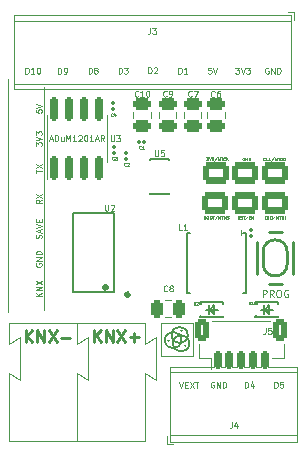
<source format=gbr>
%TF.GenerationSoftware,KiCad,Pcbnew,9.0.2*%
%TF.CreationDate,2025-11-22T11:56:31+01:00*%
%TF.ProjectId,KNeoPiX_v1.3,4b4e656f-5069-4585-9f76-312e332e6b69,1.3*%
%TF.SameCoordinates,Original*%
%TF.FileFunction,Legend,Top*%
%TF.FilePolarity,Positive*%
%FSLAX46Y46*%
G04 Gerber Fmt 4.6, Leading zero omitted, Abs format (unit mm)*
G04 Created by KiCad (PCBNEW 9.0.2) date 2025-11-22 11:56:31*
%MOMM*%
%LPD*%
G01*
G04 APERTURE LIST*
G04 Aperture macros list*
%AMRoundRect*
0 Rectangle with rounded corners*
0 $1 Rounding radius*
0 $2 $3 $4 $5 $6 $7 $8 $9 X,Y pos of 4 corners*
0 Add a 4 corners polygon primitive as box body*
4,1,4,$2,$3,$4,$5,$6,$7,$8,$9,$2,$3,0*
0 Add four circle primitives for the rounded corners*
1,1,$1+$1,$2,$3*
1,1,$1+$1,$4,$5*
1,1,$1+$1,$6,$7*
1,1,$1+$1,$8,$9*
0 Add four rect primitives between the rounded corners*
20,1,$1+$1,$2,$3,$4,$5,0*
20,1,$1+$1,$4,$5,$6,$7,0*
20,1,$1+$1,$6,$7,$8,$9,0*
20,1,$1+$1,$8,$9,$2,$3,0*%
G04 Aperture macros list end*
%ADD10C,0.150000*%
%ADD11C,0.100000*%
%ADD12C,0.062500*%
%ADD13C,0.125000*%
%ADD14C,0.250000*%
%ADD15C,0.120000*%
%ADD16C,0.300000*%
%ADD17C,0.050000*%
%ADD18C,0.200000*%
%ADD19RoundRect,0.075000X-0.125000X-0.075000X0.125000X-0.075000X0.125000X0.075000X-0.125000X0.075000X0*%
%ADD20RoundRect,0.075000X0.075000X-0.125000X0.075000X0.125000X-0.075000X0.125000X-0.075000X-0.125000X0*%
%ADD21RoundRect,0.075000X-0.075000X0.125000X-0.075000X-0.125000X0.075000X-0.125000X0.075000X0.125000X0*%
%ADD22RoundRect,0.150000X-0.150000X-0.625000X0.150000X-0.625000X0.150000X0.625000X-0.150000X0.625000X0*%
%ADD23RoundRect,0.250000X-0.350000X-0.650000X0.350000X-0.650000X0.350000X0.650000X-0.350000X0.650000X0*%
%ADD24R,0.830000X0.630000*%
%ADD25RoundRect,0.250000X0.475000X-0.250000X0.475000X0.250000X-0.475000X0.250000X-0.475000X-0.250000X0*%
%ADD26RoundRect,0.250000X-0.475000X0.250000X-0.475000X-0.250000X0.475000X-0.250000X0.475000X0.250000X0*%
%ADD27RoundRect,0.270000X-0.830000X0.630000X-0.830000X-0.630000X0.830000X-0.630000X0.830000X0.630000X0*%
%ADD28R,0.700000X1.050000*%
%ADD29O,1.740000X0.360000*%
%ADD30R,4.220000X2.120000*%
%ADD31C,1.875000*%
%ADD32R,2.200000X2.200000*%
%ADD33C,2.200000*%
%ADD34O,1.700000X1.700000*%
%ADD35R,1.700000X1.700000*%
%ADD36RoundRect,0.150000X0.150000X-0.825000X0.150000X0.825000X-0.150000X0.825000X-0.150000X-0.825000X0*%
%ADD37C,2.500000*%
%ADD38R,1.100000X0.550000*%
%ADD39RoundRect,0.250000X-0.250000X-0.475000X0.250000X-0.475000X0.250000X0.475000X-0.250000X0.475000X0*%
G04 APERTURE END LIST*
D10*
X63735386Y-66433384D02*
G75*
G02*
X62352454Y-66433384I-691466J0D01*
G01*
X62352454Y-66433384D02*
G75*
G02*
X63735386Y-66433384I691466J0D01*
G01*
X63060386Y-66158384D02*
G75*
G02*
X61677454Y-66158384I-691466J0D01*
G01*
X61677454Y-66158384D02*
G75*
G02*
X63060386Y-66158384I691466J0D01*
G01*
X63418920Y-66633384D02*
G75*
G02*
X63368920Y-66633384I-25000J0D01*
G01*
X63368920Y-66633384D02*
G75*
G02*
X63418920Y-66633384I25000J0D01*
G01*
D11*
X61363920Y-64743384D02*
X64028920Y-64743384D01*
X64028920Y-67518384D01*
X61363920Y-67518384D01*
X61363920Y-64743384D01*
D10*
X61993920Y-66208384D02*
G75*
G02*
X61943920Y-66208384I-25000J0D01*
G01*
X61943920Y-66208384D02*
G75*
G02*
X61993920Y-66208384I25000J0D01*
G01*
X63093920Y-65358384D02*
G75*
G02*
X63043920Y-65358384I-25000J0D01*
G01*
X63043920Y-65358384D02*
G75*
G02*
X63093920Y-65358384I25000J0D01*
G01*
X63610386Y-65733384D02*
G75*
G02*
X62227454Y-65733384I-691466J0D01*
G01*
X62227454Y-65733384D02*
G75*
G02*
X63610386Y-65733384I691466J0D01*
G01*
D12*
X59648333Y-49948595D02*
X59636429Y-49960500D01*
X59636429Y-49960500D02*
X59600714Y-49972404D01*
X59600714Y-49972404D02*
X59576905Y-49972404D01*
X59576905Y-49972404D02*
X59541191Y-49960500D01*
X59541191Y-49960500D02*
X59517381Y-49936690D01*
X59517381Y-49936690D02*
X59505476Y-49912880D01*
X59505476Y-49912880D02*
X59493572Y-49865261D01*
X59493572Y-49865261D02*
X59493572Y-49829547D01*
X59493572Y-49829547D02*
X59505476Y-49781928D01*
X59505476Y-49781928D02*
X59517381Y-49758119D01*
X59517381Y-49758119D02*
X59541191Y-49734309D01*
X59541191Y-49734309D02*
X59576905Y-49722404D01*
X59576905Y-49722404D02*
X59600714Y-49722404D01*
X59600714Y-49722404D02*
X59636429Y-49734309D01*
X59636429Y-49734309D02*
X59648333Y-49746214D01*
X59886429Y-49972404D02*
X59743572Y-49972404D01*
X59815000Y-49972404D02*
X59815000Y-49722404D01*
X59815000Y-49722404D02*
X59791191Y-49758119D01*
X59791191Y-49758119D02*
X59767381Y-49781928D01*
X59767381Y-49781928D02*
X59743572Y-49793833D01*
X58378333Y-51378595D02*
X58366429Y-51390500D01*
X58366429Y-51390500D02*
X58330714Y-51402404D01*
X58330714Y-51402404D02*
X58306905Y-51402404D01*
X58306905Y-51402404D02*
X58271191Y-51390500D01*
X58271191Y-51390500D02*
X58247381Y-51366690D01*
X58247381Y-51366690D02*
X58235476Y-51342880D01*
X58235476Y-51342880D02*
X58223572Y-51295261D01*
X58223572Y-51295261D02*
X58223572Y-51259547D01*
X58223572Y-51259547D02*
X58235476Y-51211928D01*
X58235476Y-51211928D02*
X58247381Y-51188119D01*
X58247381Y-51188119D02*
X58271191Y-51164309D01*
X58271191Y-51164309D02*
X58306905Y-51152404D01*
X58306905Y-51152404D02*
X58330714Y-51152404D01*
X58330714Y-51152404D02*
X58366429Y-51164309D01*
X58366429Y-51164309D02*
X58378333Y-51176214D01*
X58473572Y-51176214D02*
X58485476Y-51164309D01*
X58485476Y-51164309D02*
X58509286Y-51152404D01*
X58509286Y-51152404D02*
X58568810Y-51152404D01*
X58568810Y-51152404D02*
X58592619Y-51164309D01*
X58592619Y-51164309D02*
X58604524Y-51176214D01*
X58604524Y-51176214D02*
X58616429Y-51200023D01*
X58616429Y-51200023D02*
X58616429Y-51223833D01*
X58616429Y-51223833D02*
X58604524Y-51259547D01*
X58604524Y-51259547D02*
X58461667Y-51402404D01*
X58461667Y-51402404D02*
X58616429Y-51402404D01*
X57362333Y-50868595D02*
X57350429Y-50880500D01*
X57350429Y-50880500D02*
X57314714Y-50892404D01*
X57314714Y-50892404D02*
X57290905Y-50892404D01*
X57290905Y-50892404D02*
X57255191Y-50880500D01*
X57255191Y-50880500D02*
X57231381Y-50856690D01*
X57231381Y-50856690D02*
X57219476Y-50832880D01*
X57219476Y-50832880D02*
X57207572Y-50785261D01*
X57207572Y-50785261D02*
X57207572Y-50749547D01*
X57207572Y-50749547D02*
X57219476Y-50701928D01*
X57219476Y-50701928D02*
X57231381Y-50678119D01*
X57231381Y-50678119D02*
X57255191Y-50654309D01*
X57255191Y-50654309D02*
X57290905Y-50642404D01*
X57290905Y-50642404D02*
X57314714Y-50642404D01*
X57314714Y-50642404D02*
X57350429Y-50654309D01*
X57350429Y-50654309D02*
X57362333Y-50666214D01*
X57445667Y-50642404D02*
X57600429Y-50642404D01*
X57600429Y-50642404D02*
X57517095Y-50737642D01*
X57517095Y-50737642D02*
X57552810Y-50737642D01*
X57552810Y-50737642D02*
X57576619Y-50749547D01*
X57576619Y-50749547D02*
X57588524Y-50761452D01*
X57588524Y-50761452D02*
X57600429Y-50785261D01*
X57600429Y-50785261D02*
X57600429Y-50844785D01*
X57600429Y-50844785D02*
X57588524Y-50868595D01*
X57588524Y-50868595D02*
X57576619Y-50880500D01*
X57576619Y-50880500D02*
X57552810Y-50892404D01*
X57552810Y-50892404D02*
X57481381Y-50892404D01*
X57481381Y-50892404D02*
X57457572Y-50880500D01*
X57457572Y-50880500D02*
X57445667Y-50868595D01*
X57248333Y-47198595D02*
X57236429Y-47210500D01*
X57236429Y-47210500D02*
X57200714Y-47222404D01*
X57200714Y-47222404D02*
X57176905Y-47222404D01*
X57176905Y-47222404D02*
X57141191Y-47210500D01*
X57141191Y-47210500D02*
X57117381Y-47186690D01*
X57117381Y-47186690D02*
X57105476Y-47162880D01*
X57105476Y-47162880D02*
X57093572Y-47115261D01*
X57093572Y-47115261D02*
X57093572Y-47079547D01*
X57093572Y-47079547D02*
X57105476Y-47031928D01*
X57105476Y-47031928D02*
X57117381Y-47008119D01*
X57117381Y-47008119D02*
X57141191Y-46984309D01*
X57141191Y-46984309D02*
X57176905Y-46972404D01*
X57176905Y-46972404D02*
X57200714Y-46972404D01*
X57200714Y-46972404D02*
X57236429Y-46984309D01*
X57236429Y-46984309D02*
X57248333Y-46996214D01*
X57462619Y-47055738D02*
X57462619Y-47222404D01*
X57403095Y-46960500D02*
X57343572Y-47139071D01*
X57343572Y-47139071D02*
X57498333Y-47139071D01*
X68088595Y-57101666D02*
X68100500Y-57113570D01*
X68100500Y-57113570D02*
X68112404Y-57149285D01*
X68112404Y-57149285D02*
X68112404Y-57173094D01*
X68112404Y-57173094D02*
X68100500Y-57208808D01*
X68100500Y-57208808D02*
X68076690Y-57232618D01*
X68076690Y-57232618D02*
X68052880Y-57244523D01*
X68052880Y-57244523D02*
X68005261Y-57256427D01*
X68005261Y-57256427D02*
X67969547Y-57256427D01*
X67969547Y-57256427D02*
X67921928Y-57244523D01*
X67921928Y-57244523D02*
X67898119Y-57232618D01*
X67898119Y-57232618D02*
X67874309Y-57208808D01*
X67874309Y-57208808D02*
X67862404Y-57173094D01*
X67862404Y-57173094D02*
X67862404Y-57149285D01*
X67862404Y-57149285D02*
X67874309Y-57113570D01*
X67874309Y-57113570D02*
X67886214Y-57101666D01*
X67862404Y-56875475D02*
X67862404Y-56994523D01*
X67862404Y-56994523D02*
X67981452Y-57006427D01*
X67981452Y-57006427D02*
X67969547Y-56994523D01*
X67969547Y-56994523D02*
X67957642Y-56970713D01*
X67957642Y-56970713D02*
X67957642Y-56911189D01*
X67957642Y-56911189D02*
X67969547Y-56887380D01*
X67969547Y-56887380D02*
X67981452Y-56875475D01*
X67981452Y-56875475D02*
X68005261Y-56863570D01*
X68005261Y-56863570D02*
X68064785Y-56863570D01*
X68064785Y-56863570D02*
X68088595Y-56875475D01*
X68088595Y-56875475D02*
X68100500Y-56887380D01*
X68100500Y-56887380D02*
X68112404Y-56911189D01*
X68112404Y-56911189D02*
X68112404Y-56970713D01*
X68112404Y-56970713D02*
X68100500Y-56994523D01*
X68100500Y-56994523D02*
X68088595Y-57006427D01*
D13*
X70203313Y-65126425D02*
X70203313Y-65483568D01*
X70203313Y-65483568D02*
X70179504Y-65554996D01*
X70179504Y-65554996D02*
X70131885Y-65602616D01*
X70131885Y-65602616D02*
X70060456Y-65626425D01*
X70060456Y-65626425D02*
X70012837Y-65626425D01*
X70679503Y-65126425D02*
X70441408Y-65126425D01*
X70441408Y-65126425D02*
X70417599Y-65364520D01*
X70417599Y-65364520D02*
X70441408Y-65340711D01*
X70441408Y-65340711D02*
X70489027Y-65316901D01*
X70489027Y-65316901D02*
X70608075Y-65316901D01*
X70608075Y-65316901D02*
X70655694Y-65340711D01*
X70655694Y-65340711D02*
X70679503Y-65364520D01*
X70679503Y-65364520D02*
X70703313Y-65412139D01*
X70703313Y-65412139D02*
X70703313Y-65531187D01*
X70703313Y-65531187D02*
X70679503Y-65578806D01*
X70679503Y-65578806D02*
X70655694Y-65602616D01*
X70655694Y-65602616D02*
X70608075Y-65626425D01*
X70608075Y-65626425D02*
X70489027Y-65626425D01*
X70489027Y-65626425D02*
X70441408Y-65602616D01*
X70441408Y-65602616D02*
X70417599Y-65578806D01*
D12*
X68755476Y-63142404D02*
X68755476Y-62892404D01*
X68755476Y-62892404D02*
X68815000Y-62892404D01*
X68815000Y-62892404D02*
X68850714Y-62904309D01*
X68850714Y-62904309D02*
X68874524Y-62928119D01*
X68874524Y-62928119D02*
X68886429Y-62951928D01*
X68886429Y-62951928D02*
X68898333Y-62999547D01*
X68898333Y-62999547D02*
X68898333Y-63035261D01*
X68898333Y-63035261D02*
X68886429Y-63082880D01*
X68886429Y-63082880D02*
X68874524Y-63106690D01*
X68874524Y-63106690D02*
X68850714Y-63130500D01*
X68850714Y-63130500D02*
X68815000Y-63142404D01*
X68815000Y-63142404D02*
X68755476Y-63142404D01*
X69136429Y-63142404D02*
X68993572Y-63142404D01*
X69065000Y-63142404D02*
X69065000Y-62892404D01*
X69065000Y-62892404D02*
X69041191Y-62928119D01*
X69041191Y-62928119D02*
X69017381Y-62951928D01*
X69017381Y-62951928D02*
X68993572Y-62963833D01*
X64105476Y-63162404D02*
X64105476Y-62912404D01*
X64105476Y-62912404D02*
X64165000Y-62912404D01*
X64165000Y-62912404D02*
X64200714Y-62924309D01*
X64200714Y-62924309D02*
X64224524Y-62948119D01*
X64224524Y-62948119D02*
X64236429Y-62971928D01*
X64236429Y-62971928D02*
X64248333Y-63019547D01*
X64248333Y-63019547D02*
X64248333Y-63055261D01*
X64248333Y-63055261D02*
X64236429Y-63102880D01*
X64236429Y-63102880D02*
X64224524Y-63126690D01*
X64224524Y-63126690D02*
X64200714Y-63150500D01*
X64200714Y-63150500D02*
X64165000Y-63162404D01*
X64165000Y-63162404D02*
X64105476Y-63162404D01*
X64343572Y-62936214D02*
X64355476Y-62924309D01*
X64355476Y-62924309D02*
X64379286Y-62912404D01*
X64379286Y-62912404D02*
X64438810Y-62912404D01*
X64438810Y-62912404D02*
X64462619Y-62924309D01*
X64462619Y-62924309D02*
X64474524Y-62936214D01*
X64474524Y-62936214D02*
X64486429Y-62960023D01*
X64486429Y-62960023D02*
X64486429Y-62983833D01*
X64486429Y-62983833D02*
X64474524Y-63019547D01*
X64474524Y-63019547D02*
X64331667Y-63162404D01*
X64331667Y-63162404D02*
X64486429Y-63162404D01*
D13*
X59408571Y-45497190D02*
X59384762Y-45521000D01*
X59384762Y-45521000D02*
X59313333Y-45544809D01*
X59313333Y-45544809D02*
X59265714Y-45544809D01*
X59265714Y-45544809D02*
X59194286Y-45521000D01*
X59194286Y-45521000D02*
X59146667Y-45473380D01*
X59146667Y-45473380D02*
X59122857Y-45425761D01*
X59122857Y-45425761D02*
X59099048Y-45330523D01*
X59099048Y-45330523D02*
X59099048Y-45259095D01*
X59099048Y-45259095D02*
X59122857Y-45163857D01*
X59122857Y-45163857D02*
X59146667Y-45116238D01*
X59146667Y-45116238D02*
X59194286Y-45068619D01*
X59194286Y-45068619D02*
X59265714Y-45044809D01*
X59265714Y-45044809D02*
X59313333Y-45044809D01*
X59313333Y-45044809D02*
X59384762Y-45068619D01*
X59384762Y-45068619D02*
X59408571Y-45092428D01*
X59884762Y-45544809D02*
X59599048Y-45544809D01*
X59741905Y-45544809D02*
X59741905Y-45044809D01*
X59741905Y-45044809D02*
X59694286Y-45116238D01*
X59694286Y-45116238D02*
X59646667Y-45163857D01*
X59646667Y-45163857D02*
X59599048Y-45187666D01*
X60194285Y-45044809D02*
X60241904Y-45044809D01*
X60241904Y-45044809D02*
X60289523Y-45068619D01*
X60289523Y-45068619D02*
X60313333Y-45092428D01*
X60313333Y-45092428D02*
X60337142Y-45140047D01*
X60337142Y-45140047D02*
X60360952Y-45235285D01*
X60360952Y-45235285D02*
X60360952Y-45354333D01*
X60360952Y-45354333D02*
X60337142Y-45449571D01*
X60337142Y-45449571D02*
X60313333Y-45497190D01*
X60313333Y-45497190D02*
X60289523Y-45521000D01*
X60289523Y-45521000D02*
X60241904Y-45544809D01*
X60241904Y-45544809D02*
X60194285Y-45544809D01*
X60194285Y-45544809D02*
X60146666Y-45521000D01*
X60146666Y-45521000D02*
X60122857Y-45497190D01*
X60122857Y-45497190D02*
X60099047Y-45449571D01*
X60099047Y-45449571D02*
X60075238Y-45354333D01*
X60075238Y-45354333D02*
X60075238Y-45235285D01*
X60075238Y-45235285D02*
X60099047Y-45140047D01*
X60099047Y-45140047D02*
X60122857Y-45092428D01*
X60122857Y-45092428D02*
X60146666Y-45068619D01*
X60146666Y-45068619D02*
X60194285Y-45044809D01*
X61816666Y-45507190D02*
X61792857Y-45531000D01*
X61792857Y-45531000D02*
X61721428Y-45554809D01*
X61721428Y-45554809D02*
X61673809Y-45554809D01*
X61673809Y-45554809D02*
X61602381Y-45531000D01*
X61602381Y-45531000D02*
X61554762Y-45483380D01*
X61554762Y-45483380D02*
X61530952Y-45435761D01*
X61530952Y-45435761D02*
X61507143Y-45340523D01*
X61507143Y-45340523D02*
X61507143Y-45269095D01*
X61507143Y-45269095D02*
X61530952Y-45173857D01*
X61530952Y-45173857D02*
X61554762Y-45126238D01*
X61554762Y-45126238D02*
X61602381Y-45078619D01*
X61602381Y-45078619D02*
X61673809Y-45054809D01*
X61673809Y-45054809D02*
X61721428Y-45054809D01*
X61721428Y-45054809D02*
X61792857Y-45078619D01*
X61792857Y-45078619D02*
X61816666Y-45102428D01*
X62054762Y-45554809D02*
X62150000Y-45554809D01*
X62150000Y-45554809D02*
X62197619Y-45531000D01*
X62197619Y-45531000D02*
X62221428Y-45507190D01*
X62221428Y-45507190D02*
X62269047Y-45435761D01*
X62269047Y-45435761D02*
X62292857Y-45340523D01*
X62292857Y-45340523D02*
X62292857Y-45150047D01*
X62292857Y-45150047D02*
X62269047Y-45102428D01*
X62269047Y-45102428D02*
X62245238Y-45078619D01*
X62245238Y-45078619D02*
X62197619Y-45054809D01*
X62197619Y-45054809D02*
X62102381Y-45054809D01*
X62102381Y-45054809D02*
X62054762Y-45078619D01*
X62054762Y-45078619D02*
X62030952Y-45102428D01*
X62030952Y-45102428D02*
X62007143Y-45150047D01*
X62007143Y-45150047D02*
X62007143Y-45269095D01*
X62007143Y-45269095D02*
X62030952Y-45316714D01*
X62030952Y-45316714D02*
X62054762Y-45340523D01*
X62054762Y-45340523D02*
X62102381Y-45364333D01*
X62102381Y-45364333D02*
X62197619Y-45364333D01*
X62197619Y-45364333D02*
X62245238Y-45340523D01*
X62245238Y-45340523D02*
X62269047Y-45316714D01*
X62269047Y-45316714D02*
X62292857Y-45269095D01*
X65876666Y-45517190D02*
X65852857Y-45541000D01*
X65852857Y-45541000D02*
X65781428Y-45564809D01*
X65781428Y-45564809D02*
X65733809Y-45564809D01*
X65733809Y-45564809D02*
X65662381Y-45541000D01*
X65662381Y-45541000D02*
X65614762Y-45493380D01*
X65614762Y-45493380D02*
X65590952Y-45445761D01*
X65590952Y-45445761D02*
X65567143Y-45350523D01*
X65567143Y-45350523D02*
X65567143Y-45279095D01*
X65567143Y-45279095D02*
X65590952Y-45183857D01*
X65590952Y-45183857D02*
X65614762Y-45136238D01*
X65614762Y-45136238D02*
X65662381Y-45088619D01*
X65662381Y-45088619D02*
X65733809Y-45064809D01*
X65733809Y-45064809D02*
X65781428Y-45064809D01*
X65781428Y-45064809D02*
X65852857Y-45088619D01*
X65852857Y-45088619D02*
X65876666Y-45112428D01*
X66305238Y-45064809D02*
X66210000Y-45064809D01*
X66210000Y-45064809D02*
X66162381Y-45088619D01*
X66162381Y-45088619D02*
X66138571Y-45112428D01*
X66138571Y-45112428D02*
X66090952Y-45183857D01*
X66090952Y-45183857D02*
X66067143Y-45279095D01*
X66067143Y-45279095D02*
X66067143Y-45469571D01*
X66067143Y-45469571D02*
X66090952Y-45517190D01*
X66090952Y-45517190D02*
X66114762Y-45541000D01*
X66114762Y-45541000D02*
X66162381Y-45564809D01*
X66162381Y-45564809D02*
X66257619Y-45564809D01*
X66257619Y-45564809D02*
X66305238Y-45541000D01*
X66305238Y-45541000D02*
X66329047Y-45517190D01*
X66329047Y-45517190D02*
X66352857Y-45469571D01*
X66352857Y-45469571D02*
X66352857Y-45350523D01*
X66352857Y-45350523D02*
X66329047Y-45302904D01*
X66329047Y-45302904D02*
X66305238Y-45279095D01*
X66305238Y-45279095D02*
X66257619Y-45255285D01*
X66257619Y-45255285D02*
X66162381Y-45255285D01*
X66162381Y-45255285D02*
X66114762Y-45279095D01*
X66114762Y-45279095D02*
X66090952Y-45302904D01*
X66090952Y-45302904D02*
X66067143Y-45350523D01*
D12*
X65177229Y-50698204D02*
X65331991Y-50698204D01*
X65331991Y-50698204D02*
X65248657Y-50793442D01*
X65248657Y-50793442D02*
X65284372Y-50793442D01*
X65284372Y-50793442D02*
X65308181Y-50805347D01*
X65308181Y-50805347D02*
X65320086Y-50817252D01*
X65320086Y-50817252D02*
X65331991Y-50841061D01*
X65331991Y-50841061D02*
X65331991Y-50900585D01*
X65331991Y-50900585D02*
X65320086Y-50924395D01*
X65320086Y-50924395D02*
X65308181Y-50936300D01*
X65308181Y-50936300D02*
X65284372Y-50948204D01*
X65284372Y-50948204D02*
X65212943Y-50948204D01*
X65212943Y-50948204D02*
X65189134Y-50936300D01*
X65189134Y-50936300D02*
X65177229Y-50924395D01*
X65403419Y-50698204D02*
X65486752Y-50948204D01*
X65486752Y-50948204D02*
X65570086Y-50698204D01*
X65629610Y-50698204D02*
X65784372Y-50698204D01*
X65784372Y-50698204D02*
X65701038Y-50793442D01*
X65701038Y-50793442D02*
X65736753Y-50793442D01*
X65736753Y-50793442D02*
X65760562Y-50805347D01*
X65760562Y-50805347D02*
X65772467Y-50817252D01*
X65772467Y-50817252D02*
X65784372Y-50841061D01*
X65784372Y-50841061D02*
X65784372Y-50900585D01*
X65784372Y-50900585D02*
X65772467Y-50924395D01*
X65772467Y-50924395D02*
X65760562Y-50936300D01*
X65760562Y-50936300D02*
X65736753Y-50948204D01*
X65736753Y-50948204D02*
X65665324Y-50948204D01*
X65665324Y-50948204D02*
X65641515Y-50936300D01*
X65641515Y-50936300D02*
X65629610Y-50924395D01*
X66070086Y-50686300D02*
X65855800Y-51007728D01*
X66153419Y-50948204D02*
X66153419Y-50698204D01*
X66153419Y-50698204D02*
X66236753Y-50876776D01*
X66236753Y-50876776D02*
X66320086Y-50698204D01*
X66320086Y-50698204D02*
X66320086Y-50948204D01*
X66403419Y-50698204D02*
X66546276Y-50698204D01*
X66474848Y-50948204D02*
X66474848Y-50698204D01*
X66772466Y-50924395D02*
X66760562Y-50936300D01*
X66760562Y-50936300D02*
X66724847Y-50948204D01*
X66724847Y-50948204D02*
X66701038Y-50948204D01*
X66701038Y-50948204D02*
X66665324Y-50936300D01*
X66665324Y-50936300D02*
X66641514Y-50912490D01*
X66641514Y-50912490D02*
X66629609Y-50888680D01*
X66629609Y-50888680D02*
X66617705Y-50841061D01*
X66617705Y-50841061D02*
X66617705Y-50805347D01*
X66617705Y-50805347D02*
X66629609Y-50757728D01*
X66629609Y-50757728D02*
X66641514Y-50733919D01*
X66641514Y-50733919D02*
X66665324Y-50710109D01*
X66665324Y-50710109D02*
X66701038Y-50698204D01*
X66701038Y-50698204D02*
X66724847Y-50698204D01*
X66724847Y-50698204D02*
X66760562Y-50710109D01*
X66760562Y-50710109D02*
X66772466Y-50722014D01*
X66879609Y-50948204D02*
X66879609Y-50698204D01*
X67022466Y-50948204D02*
X66915324Y-50805347D01*
X67022466Y-50698204D02*
X66879609Y-50841061D01*
X68375324Y-50714309D02*
X68351514Y-50702404D01*
X68351514Y-50702404D02*
X68315800Y-50702404D01*
X68315800Y-50702404D02*
X68280086Y-50714309D01*
X68280086Y-50714309D02*
X68256276Y-50738119D01*
X68256276Y-50738119D02*
X68244371Y-50761928D01*
X68244371Y-50761928D02*
X68232467Y-50809547D01*
X68232467Y-50809547D02*
X68232467Y-50845261D01*
X68232467Y-50845261D02*
X68244371Y-50892880D01*
X68244371Y-50892880D02*
X68256276Y-50916690D01*
X68256276Y-50916690D02*
X68280086Y-50940500D01*
X68280086Y-50940500D02*
X68315800Y-50952404D01*
X68315800Y-50952404D02*
X68339609Y-50952404D01*
X68339609Y-50952404D02*
X68375324Y-50940500D01*
X68375324Y-50940500D02*
X68387228Y-50928595D01*
X68387228Y-50928595D02*
X68387228Y-50845261D01*
X68387228Y-50845261D02*
X68339609Y-50845261D01*
X68494371Y-50952404D02*
X68494371Y-50702404D01*
X68494371Y-50702404D02*
X68637228Y-50952404D01*
X68637228Y-50952404D02*
X68637228Y-50702404D01*
X68756276Y-50952404D02*
X68756276Y-50702404D01*
X68756276Y-50702404D02*
X68815800Y-50702404D01*
X68815800Y-50702404D02*
X68851514Y-50714309D01*
X68851514Y-50714309D02*
X68875324Y-50738119D01*
X68875324Y-50738119D02*
X68887229Y-50761928D01*
X68887229Y-50761928D02*
X68899133Y-50809547D01*
X68899133Y-50809547D02*
X68899133Y-50845261D01*
X68899133Y-50845261D02*
X68887229Y-50892880D01*
X68887229Y-50892880D02*
X68875324Y-50916690D01*
X68875324Y-50916690D02*
X68851514Y-50940500D01*
X68851514Y-50940500D02*
X68815800Y-50952404D01*
X68815800Y-50952404D02*
X68756276Y-50952404D01*
X70150561Y-50928595D02*
X70138657Y-50940500D01*
X70138657Y-50940500D02*
X70102942Y-50952404D01*
X70102942Y-50952404D02*
X70079133Y-50952404D01*
X70079133Y-50952404D02*
X70043419Y-50940500D01*
X70043419Y-50940500D02*
X70019609Y-50916690D01*
X70019609Y-50916690D02*
X70007704Y-50892880D01*
X70007704Y-50892880D02*
X69995800Y-50845261D01*
X69995800Y-50845261D02*
X69995800Y-50809547D01*
X69995800Y-50809547D02*
X70007704Y-50761928D01*
X70007704Y-50761928D02*
X70019609Y-50738119D01*
X70019609Y-50738119D02*
X70043419Y-50714309D01*
X70043419Y-50714309D02*
X70079133Y-50702404D01*
X70079133Y-50702404D02*
X70102942Y-50702404D01*
X70102942Y-50702404D02*
X70138657Y-50714309D01*
X70138657Y-50714309D02*
X70150561Y-50726214D01*
X70376752Y-50952404D02*
X70257704Y-50952404D01*
X70257704Y-50952404D02*
X70257704Y-50702404D01*
X70460085Y-50952404D02*
X70460085Y-50702404D01*
X70602942Y-50952404D02*
X70495800Y-50809547D01*
X70602942Y-50702404D02*
X70460085Y-50845261D01*
X70888657Y-50690500D02*
X70674371Y-51011928D01*
X70971990Y-50952404D02*
X70971990Y-50702404D01*
X70971990Y-50702404D02*
X71055324Y-50880976D01*
X71055324Y-50880976D02*
X71138657Y-50702404D01*
X71138657Y-50702404D02*
X71138657Y-50952404D01*
X71221990Y-50702404D02*
X71364847Y-50702404D01*
X71293419Y-50952404D02*
X71293419Y-50702404D01*
X71448180Y-50952404D02*
X71448180Y-50702404D01*
X71448180Y-50702404D02*
X71507704Y-50702404D01*
X71507704Y-50702404D02*
X71543418Y-50714309D01*
X71543418Y-50714309D02*
X71567228Y-50738119D01*
X71567228Y-50738119D02*
X71579133Y-50761928D01*
X71579133Y-50761928D02*
X71591037Y-50809547D01*
X71591037Y-50809547D02*
X71591037Y-50845261D01*
X71591037Y-50845261D02*
X71579133Y-50892880D01*
X71579133Y-50892880D02*
X71567228Y-50916690D01*
X71567228Y-50916690D02*
X71543418Y-50940500D01*
X71543418Y-50940500D02*
X71507704Y-50952404D01*
X71507704Y-50952404D02*
X71448180Y-50952404D01*
X71745799Y-50702404D02*
X71793418Y-50702404D01*
X71793418Y-50702404D02*
X71817228Y-50714309D01*
X71817228Y-50714309D02*
X71841037Y-50738119D01*
X71841037Y-50738119D02*
X71852942Y-50785738D01*
X71852942Y-50785738D02*
X71852942Y-50869071D01*
X71852942Y-50869071D02*
X71841037Y-50916690D01*
X71841037Y-50916690D02*
X71817228Y-50940500D01*
X71817228Y-50940500D02*
X71793418Y-50952404D01*
X71793418Y-50952404D02*
X71745799Y-50952404D01*
X71745799Y-50952404D02*
X71721990Y-50940500D01*
X71721990Y-50940500D02*
X71698180Y-50916690D01*
X71698180Y-50916690D02*
X71686276Y-50869071D01*
X71686276Y-50869071D02*
X71686276Y-50785738D01*
X71686276Y-50785738D02*
X71698180Y-50738119D01*
X71698180Y-50738119D02*
X71721990Y-50714309D01*
X71721990Y-50714309D02*
X71745799Y-50702404D01*
X67963895Y-55882404D02*
X67880562Y-55763357D01*
X67821038Y-55882404D02*
X67821038Y-55632404D01*
X67821038Y-55632404D02*
X67916276Y-55632404D01*
X67916276Y-55632404D02*
X67940086Y-55644309D01*
X67940086Y-55644309D02*
X67951991Y-55656214D01*
X67951991Y-55656214D02*
X67963895Y-55680023D01*
X67963895Y-55680023D02*
X67963895Y-55715738D01*
X67963895Y-55715738D02*
X67951991Y-55739547D01*
X67951991Y-55739547D02*
X67940086Y-55751452D01*
X67940086Y-55751452D02*
X67916276Y-55763357D01*
X67916276Y-55763357D02*
X67821038Y-55763357D01*
X68059134Y-55870500D02*
X68094848Y-55882404D01*
X68094848Y-55882404D02*
X68154372Y-55882404D01*
X68154372Y-55882404D02*
X68178181Y-55870500D01*
X68178181Y-55870500D02*
X68190086Y-55858595D01*
X68190086Y-55858595D02*
X68201991Y-55834785D01*
X68201991Y-55834785D02*
X68201991Y-55810976D01*
X68201991Y-55810976D02*
X68190086Y-55787166D01*
X68190086Y-55787166D02*
X68178181Y-55775261D01*
X68178181Y-55775261D02*
X68154372Y-55763357D01*
X68154372Y-55763357D02*
X68106753Y-55751452D01*
X68106753Y-55751452D02*
X68082943Y-55739547D01*
X68082943Y-55739547D02*
X68071038Y-55727642D01*
X68071038Y-55727642D02*
X68059134Y-55703833D01*
X68059134Y-55703833D02*
X68059134Y-55680023D01*
X68059134Y-55680023D02*
X68071038Y-55656214D01*
X68071038Y-55656214D02*
X68082943Y-55644309D01*
X68082943Y-55644309D02*
X68106753Y-55632404D01*
X68106753Y-55632404D02*
X68166276Y-55632404D01*
X68166276Y-55632404D02*
X68201991Y-55644309D01*
X68273419Y-55632404D02*
X68416276Y-55632404D01*
X68344848Y-55882404D02*
X68344848Y-55632404D01*
X68678181Y-55620500D02*
X68463895Y-55941928D01*
X68761514Y-55751452D02*
X68844848Y-55751452D01*
X68880562Y-55882404D02*
X68761514Y-55882404D01*
X68761514Y-55882404D02*
X68761514Y-55632404D01*
X68761514Y-55632404D02*
X68880562Y-55632404D01*
X68987704Y-55882404D02*
X68987704Y-55632404D01*
X68987704Y-55632404D02*
X69130561Y-55882404D01*
X69130561Y-55882404D02*
X69130561Y-55632404D01*
X70186275Y-55882404D02*
X70186275Y-55632404D01*
X70186275Y-55632404D02*
X70245799Y-55632404D01*
X70245799Y-55632404D02*
X70281513Y-55644309D01*
X70281513Y-55644309D02*
X70305323Y-55668119D01*
X70305323Y-55668119D02*
X70317228Y-55691928D01*
X70317228Y-55691928D02*
X70329132Y-55739547D01*
X70329132Y-55739547D02*
X70329132Y-55775261D01*
X70329132Y-55775261D02*
X70317228Y-55822880D01*
X70317228Y-55822880D02*
X70305323Y-55846690D01*
X70305323Y-55846690D02*
X70281513Y-55870500D01*
X70281513Y-55870500D02*
X70245799Y-55882404D01*
X70245799Y-55882404D02*
X70186275Y-55882404D01*
X70436275Y-55882404D02*
X70436275Y-55632404D01*
X70602942Y-55632404D02*
X70650561Y-55632404D01*
X70650561Y-55632404D02*
X70674371Y-55644309D01*
X70674371Y-55644309D02*
X70698180Y-55668119D01*
X70698180Y-55668119D02*
X70710085Y-55715738D01*
X70710085Y-55715738D02*
X70710085Y-55799071D01*
X70710085Y-55799071D02*
X70698180Y-55846690D01*
X70698180Y-55846690D02*
X70674371Y-55870500D01*
X70674371Y-55870500D02*
X70650561Y-55882404D01*
X70650561Y-55882404D02*
X70602942Y-55882404D01*
X70602942Y-55882404D02*
X70579133Y-55870500D01*
X70579133Y-55870500D02*
X70555323Y-55846690D01*
X70555323Y-55846690D02*
X70543419Y-55799071D01*
X70543419Y-55799071D02*
X70543419Y-55715738D01*
X70543419Y-55715738D02*
X70555323Y-55668119D01*
X70555323Y-55668119D02*
X70579133Y-55644309D01*
X70579133Y-55644309D02*
X70602942Y-55632404D01*
X70995800Y-55620500D02*
X70781514Y-55941928D01*
X71079133Y-55882404D02*
X71079133Y-55632404D01*
X71079133Y-55632404D02*
X71162467Y-55810976D01*
X71162467Y-55810976D02*
X71245800Y-55632404D01*
X71245800Y-55632404D02*
X71245800Y-55882404D01*
X71329133Y-55632404D02*
X71471990Y-55632404D01*
X71400562Y-55882404D02*
X71400562Y-55632404D01*
X71555323Y-55882404D02*
X71555323Y-55632404D01*
X71555323Y-55632404D02*
X71614847Y-55632404D01*
X71614847Y-55632404D02*
X71650561Y-55644309D01*
X71650561Y-55644309D02*
X71674371Y-55668119D01*
X71674371Y-55668119D02*
X71686276Y-55691928D01*
X71686276Y-55691928D02*
X71698180Y-55739547D01*
X71698180Y-55739547D02*
X71698180Y-55775261D01*
X71698180Y-55775261D02*
X71686276Y-55822880D01*
X71686276Y-55822880D02*
X71674371Y-55846690D01*
X71674371Y-55846690D02*
X71650561Y-55870500D01*
X71650561Y-55870500D02*
X71614847Y-55882404D01*
X71614847Y-55882404D02*
X71555323Y-55882404D01*
X71805323Y-55882404D02*
X71805323Y-55632404D01*
X65035562Y-55757252D02*
X65071276Y-55769157D01*
X65071276Y-55769157D02*
X65083181Y-55781061D01*
X65083181Y-55781061D02*
X65095085Y-55804871D01*
X65095085Y-55804871D02*
X65095085Y-55840585D01*
X65095085Y-55840585D02*
X65083181Y-55864395D01*
X65083181Y-55864395D02*
X65071276Y-55876300D01*
X65071276Y-55876300D02*
X65047466Y-55888204D01*
X65047466Y-55888204D02*
X64952228Y-55888204D01*
X64952228Y-55888204D02*
X64952228Y-55638204D01*
X64952228Y-55638204D02*
X65035562Y-55638204D01*
X65035562Y-55638204D02*
X65059371Y-55650109D01*
X65059371Y-55650109D02*
X65071276Y-55662014D01*
X65071276Y-55662014D02*
X65083181Y-55685823D01*
X65083181Y-55685823D02*
X65083181Y-55709633D01*
X65083181Y-55709633D02*
X65071276Y-55733442D01*
X65071276Y-55733442D02*
X65059371Y-55745347D01*
X65059371Y-55745347D02*
X65035562Y-55757252D01*
X65035562Y-55757252D02*
X64952228Y-55757252D01*
X65249847Y-55638204D02*
X65297466Y-55638204D01*
X65297466Y-55638204D02*
X65321276Y-55650109D01*
X65321276Y-55650109D02*
X65345085Y-55673919D01*
X65345085Y-55673919D02*
X65356990Y-55721538D01*
X65356990Y-55721538D02*
X65356990Y-55804871D01*
X65356990Y-55804871D02*
X65345085Y-55852490D01*
X65345085Y-55852490D02*
X65321276Y-55876300D01*
X65321276Y-55876300D02*
X65297466Y-55888204D01*
X65297466Y-55888204D02*
X65249847Y-55888204D01*
X65249847Y-55888204D02*
X65226038Y-55876300D01*
X65226038Y-55876300D02*
X65202228Y-55852490D01*
X65202228Y-55852490D02*
X65190324Y-55804871D01*
X65190324Y-55804871D02*
X65190324Y-55721538D01*
X65190324Y-55721538D02*
X65202228Y-55673919D01*
X65202228Y-55673919D02*
X65226038Y-55650109D01*
X65226038Y-55650109D02*
X65249847Y-55638204D01*
X65511752Y-55638204D02*
X65559371Y-55638204D01*
X65559371Y-55638204D02*
X65583181Y-55650109D01*
X65583181Y-55650109D02*
X65606990Y-55673919D01*
X65606990Y-55673919D02*
X65618895Y-55721538D01*
X65618895Y-55721538D02*
X65618895Y-55804871D01*
X65618895Y-55804871D02*
X65606990Y-55852490D01*
X65606990Y-55852490D02*
X65583181Y-55876300D01*
X65583181Y-55876300D02*
X65559371Y-55888204D01*
X65559371Y-55888204D02*
X65511752Y-55888204D01*
X65511752Y-55888204D02*
X65487943Y-55876300D01*
X65487943Y-55876300D02*
X65464133Y-55852490D01*
X65464133Y-55852490D02*
X65452229Y-55804871D01*
X65452229Y-55804871D02*
X65452229Y-55721538D01*
X65452229Y-55721538D02*
X65464133Y-55673919D01*
X65464133Y-55673919D02*
X65487943Y-55650109D01*
X65487943Y-55650109D02*
X65511752Y-55638204D01*
X65690324Y-55638204D02*
X65833181Y-55638204D01*
X65761753Y-55888204D02*
X65761753Y-55638204D01*
X66095086Y-55626300D02*
X65880800Y-55947728D01*
X66178419Y-55888204D02*
X66178419Y-55638204D01*
X66178419Y-55638204D02*
X66261753Y-55816776D01*
X66261753Y-55816776D02*
X66345086Y-55638204D01*
X66345086Y-55638204D02*
X66345086Y-55888204D01*
X66428419Y-55638204D02*
X66571276Y-55638204D01*
X66499848Y-55888204D02*
X66499848Y-55638204D01*
X66654609Y-55888204D02*
X66654609Y-55638204D01*
X66654609Y-55638204D02*
X66737943Y-55816776D01*
X66737943Y-55816776D02*
X66821276Y-55638204D01*
X66821276Y-55638204D02*
X66821276Y-55888204D01*
X66928419Y-55876300D02*
X66964133Y-55888204D01*
X66964133Y-55888204D02*
X67023657Y-55888204D01*
X67023657Y-55888204D02*
X67047466Y-55876300D01*
X67047466Y-55876300D02*
X67059371Y-55864395D01*
X67059371Y-55864395D02*
X67071276Y-55840585D01*
X67071276Y-55840585D02*
X67071276Y-55816776D01*
X67071276Y-55816776D02*
X67059371Y-55792966D01*
X67059371Y-55792966D02*
X67047466Y-55781061D01*
X67047466Y-55781061D02*
X67023657Y-55769157D01*
X67023657Y-55769157D02*
X66976038Y-55757252D01*
X66976038Y-55757252D02*
X66952228Y-55745347D01*
X66952228Y-55745347D02*
X66940323Y-55733442D01*
X66940323Y-55733442D02*
X66928419Y-55709633D01*
X66928419Y-55709633D02*
X66928419Y-55685823D01*
X66928419Y-55685823D02*
X66940323Y-55662014D01*
X66940323Y-55662014D02*
X66952228Y-55650109D01*
X66952228Y-55650109D02*
X66976038Y-55638204D01*
X66976038Y-55638204D02*
X67035561Y-55638204D01*
X67035561Y-55638204D02*
X67071276Y-55650109D01*
D13*
X69948572Y-62511071D02*
X69948572Y-61911071D01*
X69948572Y-61911071D02*
X70177143Y-61911071D01*
X70177143Y-61911071D02*
X70234286Y-61939642D01*
X70234286Y-61939642D02*
X70262857Y-61968214D01*
X70262857Y-61968214D02*
X70291429Y-62025357D01*
X70291429Y-62025357D02*
X70291429Y-62111071D01*
X70291429Y-62111071D02*
X70262857Y-62168214D01*
X70262857Y-62168214D02*
X70234286Y-62196785D01*
X70234286Y-62196785D02*
X70177143Y-62225357D01*
X70177143Y-62225357D02*
X69948572Y-62225357D01*
X70891429Y-62511071D02*
X70691429Y-62225357D01*
X70548572Y-62511071D02*
X70548572Y-61911071D01*
X70548572Y-61911071D02*
X70777143Y-61911071D01*
X70777143Y-61911071D02*
X70834286Y-61939642D01*
X70834286Y-61939642D02*
X70862857Y-61968214D01*
X70862857Y-61968214D02*
X70891429Y-62025357D01*
X70891429Y-62025357D02*
X70891429Y-62111071D01*
X70891429Y-62111071D02*
X70862857Y-62168214D01*
X70862857Y-62168214D02*
X70834286Y-62196785D01*
X70834286Y-62196785D02*
X70777143Y-62225357D01*
X70777143Y-62225357D02*
X70548572Y-62225357D01*
X71262857Y-61911071D02*
X71377143Y-61911071D01*
X71377143Y-61911071D02*
X71434286Y-61939642D01*
X71434286Y-61939642D02*
X71491429Y-61996785D01*
X71491429Y-61996785D02*
X71520000Y-62111071D01*
X71520000Y-62111071D02*
X71520000Y-62311071D01*
X71520000Y-62311071D02*
X71491429Y-62425357D01*
X71491429Y-62425357D02*
X71434286Y-62482500D01*
X71434286Y-62482500D02*
X71377143Y-62511071D01*
X71377143Y-62511071D02*
X71262857Y-62511071D01*
X71262857Y-62511071D02*
X71205715Y-62482500D01*
X71205715Y-62482500D02*
X71148572Y-62425357D01*
X71148572Y-62425357D02*
X71120000Y-62311071D01*
X71120000Y-62311071D02*
X71120000Y-62111071D01*
X71120000Y-62111071D02*
X71148572Y-61996785D01*
X71148572Y-61996785D02*
X71205715Y-61939642D01*
X71205715Y-61939642D02*
X71262857Y-61911071D01*
X72091428Y-61939642D02*
X72034286Y-61911071D01*
X72034286Y-61911071D02*
X71948571Y-61911071D01*
X71948571Y-61911071D02*
X71862857Y-61939642D01*
X71862857Y-61939642D02*
X71805714Y-61996785D01*
X71805714Y-61996785D02*
X71777143Y-62053928D01*
X71777143Y-62053928D02*
X71748571Y-62168214D01*
X71748571Y-62168214D02*
X71748571Y-62253928D01*
X71748571Y-62253928D02*
X71777143Y-62368214D01*
X71777143Y-62368214D02*
X71805714Y-62425357D01*
X71805714Y-62425357D02*
X71862857Y-62482500D01*
X71862857Y-62482500D02*
X71948571Y-62511071D01*
X71948571Y-62511071D02*
X72005714Y-62511071D01*
X72005714Y-62511071D02*
X72091428Y-62482500D01*
X72091428Y-62482500D02*
X72120000Y-62453928D01*
X72120000Y-62453928D02*
X72120000Y-62253928D01*
X72120000Y-62253928D02*
X72005714Y-62253928D01*
X56609047Y-54704809D02*
X56609047Y-55109571D01*
X56609047Y-55109571D02*
X56632857Y-55157190D01*
X56632857Y-55157190D02*
X56656666Y-55181000D01*
X56656666Y-55181000D02*
X56704285Y-55204809D01*
X56704285Y-55204809D02*
X56799523Y-55204809D01*
X56799523Y-55204809D02*
X56847142Y-55181000D01*
X56847142Y-55181000D02*
X56870952Y-55157190D01*
X56870952Y-55157190D02*
X56894761Y-55109571D01*
X56894761Y-55109571D02*
X56894761Y-54704809D01*
X57109048Y-54752428D02*
X57132857Y-54728619D01*
X57132857Y-54728619D02*
X57180476Y-54704809D01*
X57180476Y-54704809D02*
X57299524Y-54704809D01*
X57299524Y-54704809D02*
X57347143Y-54728619D01*
X57347143Y-54728619D02*
X57370952Y-54752428D01*
X57370952Y-54752428D02*
X57394762Y-54800047D01*
X57394762Y-54800047D02*
X57394762Y-54847666D01*
X57394762Y-54847666D02*
X57370952Y-54919095D01*
X57370952Y-54919095D02*
X57085238Y-55204809D01*
X57085238Y-55204809D02*
X57394762Y-55204809D01*
X63126666Y-56824809D02*
X62888571Y-56824809D01*
X62888571Y-56824809D02*
X62888571Y-56324809D01*
X63555238Y-56824809D02*
X63269524Y-56824809D01*
X63412381Y-56824809D02*
X63412381Y-56324809D01*
X63412381Y-56324809D02*
X63364762Y-56396238D01*
X63364762Y-56396238D02*
X63317143Y-56443857D01*
X63317143Y-56443857D02*
X63269524Y-56467666D01*
X63936666Y-45507190D02*
X63912857Y-45531000D01*
X63912857Y-45531000D02*
X63841428Y-45554809D01*
X63841428Y-45554809D02*
X63793809Y-45554809D01*
X63793809Y-45554809D02*
X63722381Y-45531000D01*
X63722381Y-45531000D02*
X63674762Y-45483380D01*
X63674762Y-45483380D02*
X63650952Y-45435761D01*
X63650952Y-45435761D02*
X63627143Y-45340523D01*
X63627143Y-45340523D02*
X63627143Y-45269095D01*
X63627143Y-45269095D02*
X63650952Y-45173857D01*
X63650952Y-45173857D02*
X63674762Y-45126238D01*
X63674762Y-45126238D02*
X63722381Y-45078619D01*
X63722381Y-45078619D02*
X63793809Y-45054809D01*
X63793809Y-45054809D02*
X63841428Y-45054809D01*
X63841428Y-45054809D02*
X63912857Y-45078619D01*
X63912857Y-45078619D02*
X63936666Y-45102428D01*
X64103333Y-45054809D02*
X64436666Y-45054809D01*
X64436666Y-45054809D02*
X64222381Y-45554809D01*
X67339733Y-73113209D02*
X67339733Y-73470352D01*
X67339733Y-73470352D02*
X67315924Y-73541780D01*
X67315924Y-73541780D02*
X67268305Y-73589400D01*
X67268305Y-73589400D02*
X67196876Y-73613209D01*
X67196876Y-73613209D02*
X67149257Y-73613209D01*
X67792114Y-73279876D02*
X67792114Y-73613209D01*
X67673066Y-73089400D02*
X67554019Y-73446542D01*
X67554019Y-73446542D02*
X67863542Y-73446542D01*
X65829047Y-69712019D02*
X65781428Y-69688209D01*
X65781428Y-69688209D02*
X65709999Y-69688209D01*
X65709999Y-69688209D02*
X65638571Y-69712019D01*
X65638571Y-69712019D02*
X65590952Y-69759638D01*
X65590952Y-69759638D02*
X65567142Y-69807257D01*
X65567142Y-69807257D02*
X65543333Y-69902495D01*
X65543333Y-69902495D02*
X65543333Y-69973923D01*
X65543333Y-69973923D02*
X65567142Y-70069161D01*
X65567142Y-70069161D02*
X65590952Y-70116780D01*
X65590952Y-70116780D02*
X65638571Y-70164400D01*
X65638571Y-70164400D02*
X65709999Y-70188209D01*
X65709999Y-70188209D02*
X65757618Y-70188209D01*
X65757618Y-70188209D02*
X65829047Y-70164400D01*
X65829047Y-70164400D02*
X65852856Y-70140590D01*
X65852856Y-70140590D02*
X65852856Y-69973923D01*
X65852856Y-69973923D02*
X65757618Y-69973923D01*
X66067142Y-70188209D02*
X66067142Y-69688209D01*
X66067142Y-69688209D02*
X66352856Y-70188209D01*
X66352856Y-70188209D02*
X66352856Y-69688209D01*
X66590952Y-70188209D02*
X66590952Y-69688209D01*
X66590952Y-69688209D02*
X66710000Y-69688209D01*
X66710000Y-69688209D02*
X66781428Y-69712019D01*
X66781428Y-69712019D02*
X66829047Y-69759638D01*
X66829047Y-69759638D02*
X66852857Y-69807257D01*
X66852857Y-69807257D02*
X66876666Y-69902495D01*
X66876666Y-69902495D02*
X66876666Y-69973923D01*
X66876666Y-69973923D02*
X66852857Y-70069161D01*
X66852857Y-70069161D02*
X66829047Y-70116780D01*
X66829047Y-70116780D02*
X66781428Y-70164400D01*
X66781428Y-70164400D02*
X66710000Y-70188209D01*
X66710000Y-70188209D02*
X66590952Y-70188209D01*
X62858572Y-69688209D02*
X63025238Y-70188209D01*
X63025238Y-70188209D02*
X63191905Y-69688209D01*
X63358571Y-69926304D02*
X63525238Y-69926304D01*
X63596666Y-70188209D02*
X63358571Y-70188209D01*
X63358571Y-70188209D02*
X63358571Y-69688209D01*
X63358571Y-69688209D02*
X63596666Y-69688209D01*
X63763333Y-69688209D02*
X64096666Y-70188209D01*
X64096666Y-69688209D02*
X63763333Y-70188209D01*
X64215714Y-69688209D02*
X64501428Y-69688209D01*
X64358571Y-70188209D02*
X64358571Y-69688209D01*
X68450952Y-70188209D02*
X68450952Y-69688209D01*
X68450952Y-69688209D02*
X68570000Y-69688209D01*
X68570000Y-69688209D02*
X68641428Y-69712019D01*
X68641428Y-69712019D02*
X68689047Y-69759638D01*
X68689047Y-69759638D02*
X68712857Y-69807257D01*
X68712857Y-69807257D02*
X68736666Y-69902495D01*
X68736666Y-69902495D02*
X68736666Y-69973923D01*
X68736666Y-69973923D02*
X68712857Y-70069161D01*
X68712857Y-70069161D02*
X68689047Y-70116780D01*
X68689047Y-70116780D02*
X68641428Y-70164400D01*
X68641428Y-70164400D02*
X68570000Y-70188209D01*
X68570000Y-70188209D02*
X68450952Y-70188209D01*
X69165238Y-69854876D02*
X69165238Y-70188209D01*
X69046190Y-69664400D02*
X68927143Y-70021542D01*
X68927143Y-70021542D02*
X69236666Y-70021542D01*
X70950952Y-70188209D02*
X70950952Y-69688209D01*
X70950952Y-69688209D02*
X71070000Y-69688209D01*
X71070000Y-69688209D02*
X71141428Y-69712019D01*
X71141428Y-69712019D02*
X71189047Y-69759638D01*
X71189047Y-69759638D02*
X71212857Y-69807257D01*
X71212857Y-69807257D02*
X71236666Y-69902495D01*
X71236666Y-69902495D02*
X71236666Y-69973923D01*
X71236666Y-69973923D02*
X71212857Y-70069161D01*
X71212857Y-70069161D02*
X71189047Y-70116780D01*
X71189047Y-70116780D02*
X71141428Y-70164400D01*
X71141428Y-70164400D02*
X71070000Y-70188209D01*
X71070000Y-70188209D02*
X70950952Y-70188209D01*
X71689047Y-69688209D02*
X71450952Y-69688209D01*
X71450952Y-69688209D02*
X71427143Y-69926304D01*
X71427143Y-69926304D02*
X71450952Y-69902495D01*
X71450952Y-69902495D02*
X71498571Y-69878685D01*
X71498571Y-69878685D02*
X71617619Y-69878685D01*
X71617619Y-69878685D02*
X71665238Y-69902495D01*
X71665238Y-69902495D02*
X71689047Y-69926304D01*
X71689047Y-69926304D02*
X71712857Y-69973923D01*
X71712857Y-69973923D02*
X71712857Y-70092971D01*
X71712857Y-70092971D02*
X71689047Y-70140590D01*
X71689047Y-70140590D02*
X71665238Y-70164400D01*
X71665238Y-70164400D02*
X71617619Y-70188209D01*
X71617619Y-70188209D02*
X71498571Y-70188209D01*
X71498571Y-70188209D02*
X71450952Y-70164400D01*
X71450952Y-70164400D02*
X71427143Y-70140590D01*
X60424733Y-39742209D02*
X60424733Y-40099352D01*
X60424733Y-40099352D02*
X60400924Y-40170780D01*
X60400924Y-40170780D02*
X60353305Y-40218400D01*
X60353305Y-40218400D02*
X60281876Y-40242209D01*
X60281876Y-40242209D02*
X60234257Y-40242209D01*
X60615209Y-39742209D02*
X60924733Y-39742209D01*
X60924733Y-39742209D02*
X60758066Y-39932685D01*
X60758066Y-39932685D02*
X60829495Y-39932685D01*
X60829495Y-39932685D02*
X60877114Y-39956495D01*
X60877114Y-39956495D02*
X60900923Y-39980304D01*
X60900923Y-39980304D02*
X60924733Y-40027923D01*
X60924733Y-40027923D02*
X60924733Y-40146971D01*
X60924733Y-40146971D02*
X60900923Y-40194590D01*
X60900923Y-40194590D02*
X60877114Y-40218400D01*
X60877114Y-40218400D02*
X60829495Y-40242209D01*
X60829495Y-40242209D02*
X60686638Y-40242209D01*
X60686638Y-40242209D02*
X60639019Y-40218400D01*
X60639019Y-40218400D02*
X60615209Y-40194590D01*
X57747352Y-43592209D02*
X57747352Y-43092209D01*
X57747352Y-43092209D02*
X57866400Y-43092209D01*
X57866400Y-43092209D02*
X57937828Y-43116019D01*
X57937828Y-43116019D02*
X57985447Y-43163638D01*
X57985447Y-43163638D02*
X58009257Y-43211257D01*
X58009257Y-43211257D02*
X58033066Y-43306495D01*
X58033066Y-43306495D02*
X58033066Y-43377923D01*
X58033066Y-43377923D02*
X58009257Y-43473161D01*
X58009257Y-43473161D02*
X57985447Y-43520780D01*
X57985447Y-43520780D02*
X57937828Y-43568400D01*
X57937828Y-43568400D02*
X57866400Y-43592209D01*
X57866400Y-43592209D02*
X57747352Y-43592209D01*
X58199733Y-43092209D02*
X58509257Y-43092209D01*
X58509257Y-43092209D02*
X58342590Y-43282685D01*
X58342590Y-43282685D02*
X58414019Y-43282685D01*
X58414019Y-43282685D02*
X58461638Y-43306495D01*
X58461638Y-43306495D02*
X58485447Y-43330304D01*
X58485447Y-43330304D02*
X58509257Y-43377923D01*
X58509257Y-43377923D02*
X58509257Y-43496971D01*
X58509257Y-43496971D02*
X58485447Y-43544590D01*
X58485447Y-43544590D02*
X58461638Y-43568400D01*
X58461638Y-43568400D02*
X58414019Y-43592209D01*
X58414019Y-43592209D02*
X58271162Y-43592209D01*
X58271162Y-43592209D02*
X58223543Y-43568400D01*
X58223543Y-43568400D02*
X58199733Y-43544590D01*
X70435447Y-43116019D02*
X70387828Y-43092209D01*
X70387828Y-43092209D02*
X70316399Y-43092209D01*
X70316399Y-43092209D02*
X70244971Y-43116019D01*
X70244971Y-43116019D02*
X70197352Y-43163638D01*
X70197352Y-43163638D02*
X70173542Y-43211257D01*
X70173542Y-43211257D02*
X70149733Y-43306495D01*
X70149733Y-43306495D02*
X70149733Y-43377923D01*
X70149733Y-43377923D02*
X70173542Y-43473161D01*
X70173542Y-43473161D02*
X70197352Y-43520780D01*
X70197352Y-43520780D02*
X70244971Y-43568400D01*
X70244971Y-43568400D02*
X70316399Y-43592209D01*
X70316399Y-43592209D02*
X70364018Y-43592209D01*
X70364018Y-43592209D02*
X70435447Y-43568400D01*
X70435447Y-43568400D02*
X70459256Y-43544590D01*
X70459256Y-43544590D02*
X70459256Y-43377923D01*
X70459256Y-43377923D02*
X70364018Y-43377923D01*
X70673542Y-43592209D02*
X70673542Y-43092209D01*
X70673542Y-43092209D02*
X70959256Y-43592209D01*
X70959256Y-43592209D02*
X70959256Y-43092209D01*
X71197352Y-43592209D02*
X71197352Y-43092209D01*
X71197352Y-43092209D02*
X71316400Y-43092209D01*
X71316400Y-43092209D02*
X71387828Y-43116019D01*
X71387828Y-43116019D02*
X71435447Y-43163638D01*
X71435447Y-43163638D02*
X71459257Y-43211257D01*
X71459257Y-43211257D02*
X71483066Y-43306495D01*
X71483066Y-43306495D02*
X71483066Y-43377923D01*
X71483066Y-43377923D02*
X71459257Y-43473161D01*
X71459257Y-43473161D02*
X71435447Y-43520780D01*
X71435447Y-43520780D02*
X71387828Y-43568400D01*
X71387828Y-43568400D02*
X71316400Y-43592209D01*
X71316400Y-43592209D02*
X71197352Y-43592209D01*
X67647353Y-43092209D02*
X67956877Y-43092209D01*
X67956877Y-43092209D02*
X67790210Y-43282685D01*
X67790210Y-43282685D02*
X67861639Y-43282685D01*
X67861639Y-43282685D02*
X67909258Y-43306495D01*
X67909258Y-43306495D02*
X67933067Y-43330304D01*
X67933067Y-43330304D02*
X67956877Y-43377923D01*
X67956877Y-43377923D02*
X67956877Y-43496971D01*
X67956877Y-43496971D02*
X67933067Y-43544590D01*
X67933067Y-43544590D02*
X67909258Y-43568400D01*
X67909258Y-43568400D02*
X67861639Y-43592209D01*
X67861639Y-43592209D02*
X67718782Y-43592209D01*
X67718782Y-43592209D02*
X67671163Y-43568400D01*
X67671163Y-43568400D02*
X67647353Y-43544590D01*
X68099734Y-43092209D02*
X68266400Y-43592209D01*
X68266400Y-43592209D02*
X68433067Y-43092209D01*
X68552114Y-43092209D02*
X68861638Y-43092209D01*
X68861638Y-43092209D02*
X68694971Y-43282685D01*
X68694971Y-43282685D02*
X68766400Y-43282685D01*
X68766400Y-43282685D02*
X68814019Y-43306495D01*
X68814019Y-43306495D02*
X68837828Y-43330304D01*
X68837828Y-43330304D02*
X68861638Y-43377923D01*
X68861638Y-43377923D02*
X68861638Y-43496971D01*
X68861638Y-43496971D02*
X68837828Y-43544590D01*
X68837828Y-43544590D02*
X68814019Y-43568400D01*
X68814019Y-43568400D02*
X68766400Y-43592209D01*
X68766400Y-43592209D02*
X68623543Y-43592209D01*
X68623543Y-43592209D02*
X68575924Y-43568400D01*
X68575924Y-43568400D02*
X68552114Y-43544590D01*
X60272352Y-43567209D02*
X60272352Y-43067209D01*
X60272352Y-43067209D02*
X60391400Y-43067209D01*
X60391400Y-43067209D02*
X60462828Y-43091019D01*
X60462828Y-43091019D02*
X60510447Y-43138638D01*
X60510447Y-43138638D02*
X60534257Y-43186257D01*
X60534257Y-43186257D02*
X60558066Y-43281495D01*
X60558066Y-43281495D02*
X60558066Y-43352923D01*
X60558066Y-43352923D02*
X60534257Y-43448161D01*
X60534257Y-43448161D02*
X60510447Y-43495780D01*
X60510447Y-43495780D02*
X60462828Y-43543400D01*
X60462828Y-43543400D02*
X60391400Y-43567209D01*
X60391400Y-43567209D02*
X60272352Y-43567209D01*
X60748543Y-43114828D02*
X60772352Y-43091019D01*
X60772352Y-43091019D02*
X60819971Y-43067209D01*
X60819971Y-43067209D02*
X60939019Y-43067209D01*
X60939019Y-43067209D02*
X60986638Y-43091019D01*
X60986638Y-43091019D02*
X61010447Y-43114828D01*
X61010447Y-43114828D02*
X61034257Y-43162447D01*
X61034257Y-43162447D02*
X61034257Y-43210066D01*
X61034257Y-43210066D02*
X61010447Y-43281495D01*
X61010447Y-43281495D02*
X60724733Y-43567209D01*
X60724733Y-43567209D02*
X61034257Y-43567209D01*
X65596162Y-43092209D02*
X65358067Y-43092209D01*
X65358067Y-43092209D02*
X65334258Y-43330304D01*
X65334258Y-43330304D02*
X65358067Y-43306495D01*
X65358067Y-43306495D02*
X65405686Y-43282685D01*
X65405686Y-43282685D02*
X65524734Y-43282685D01*
X65524734Y-43282685D02*
X65572353Y-43306495D01*
X65572353Y-43306495D02*
X65596162Y-43330304D01*
X65596162Y-43330304D02*
X65619972Y-43377923D01*
X65619972Y-43377923D02*
X65619972Y-43496971D01*
X65619972Y-43496971D02*
X65596162Y-43544590D01*
X65596162Y-43544590D02*
X65572353Y-43568400D01*
X65572353Y-43568400D02*
X65524734Y-43592209D01*
X65524734Y-43592209D02*
X65405686Y-43592209D01*
X65405686Y-43592209D02*
X65358067Y-43568400D01*
X65358067Y-43568400D02*
X65334258Y-43544590D01*
X65762829Y-43092209D02*
X65929495Y-43592209D01*
X65929495Y-43592209D02*
X66096162Y-43092209D01*
X62817352Y-43592209D02*
X62817352Y-43092209D01*
X62817352Y-43092209D02*
X62936400Y-43092209D01*
X62936400Y-43092209D02*
X63007828Y-43116019D01*
X63007828Y-43116019D02*
X63055447Y-43163638D01*
X63055447Y-43163638D02*
X63079257Y-43211257D01*
X63079257Y-43211257D02*
X63103066Y-43306495D01*
X63103066Y-43306495D02*
X63103066Y-43377923D01*
X63103066Y-43377923D02*
X63079257Y-43473161D01*
X63079257Y-43473161D02*
X63055447Y-43520780D01*
X63055447Y-43520780D02*
X63007828Y-43568400D01*
X63007828Y-43568400D02*
X62936400Y-43592209D01*
X62936400Y-43592209D02*
X62817352Y-43592209D01*
X63579257Y-43592209D02*
X63293543Y-43592209D01*
X63436400Y-43592209D02*
X63436400Y-43092209D01*
X63436400Y-43092209D02*
X63388781Y-43163638D01*
X63388781Y-43163638D02*
X63341162Y-43211257D01*
X63341162Y-43211257D02*
X63293543Y-43235066D01*
X49869257Y-43592209D02*
X49869257Y-43092209D01*
X49869257Y-43092209D02*
X49988305Y-43092209D01*
X49988305Y-43092209D02*
X50059733Y-43116019D01*
X50059733Y-43116019D02*
X50107352Y-43163638D01*
X50107352Y-43163638D02*
X50131162Y-43211257D01*
X50131162Y-43211257D02*
X50154971Y-43306495D01*
X50154971Y-43306495D02*
X50154971Y-43377923D01*
X50154971Y-43377923D02*
X50131162Y-43473161D01*
X50131162Y-43473161D02*
X50107352Y-43520780D01*
X50107352Y-43520780D02*
X50059733Y-43568400D01*
X50059733Y-43568400D02*
X49988305Y-43592209D01*
X49988305Y-43592209D02*
X49869257Y-43592209D01*
X50631162Y-43592209D02*
X50345448Y-43592209D01*
X50488305Y-43592209D02*
X50488305Y-43092209D01*
X50488305Y-43092209D02*
X50440686Y-43163638D01*
X50440686Y-43163638D02*
X50393067Y-43211257D01*
X50393067Y-43211257D02*
X50345448Y-43235066D01*
X50940685Y-43092209D02*
X50988304Y-43092209D01*
X50988304Y-43092209D02*
X51035923Y-43116019D01*
X51035923Y-43116019D02*
X51059733Y-43139828D01*
X51059733Y-43139828D02*
X51083542Y-43187447D01*
X51083542Y-43187447D02*
X51107352Y-43282685D01*
X51107352Y-43282685D02*
X51107352Y-43401733D01*
X51107352Y-43401733D02*
X51083542Y-43496971D01*
X51083542Y-43496971D02*
X51059733Y-43544590D01*
X51059733Y-43544590D02*
X51035923Y-43568400D01*
X51035923Y-43568400D02*
X50988304Y-43592209D01*
X50988304Y-43592209D02*
X50940685Y-43592209D01*
X50940685Y-43592209D02*
X50893066Y-43568400D01*
X50893066Y-43568400D02*
X50869257Y-43544590D01*
X50869257Y-43544590D02*
X50845447Y-43496971D01*
X50845447Y-43496971D02*
X50821638Y-43401733D01*
X50821638Y-43401733D02*
X50821638Y-43282685D01*
X50821638Y-43282685D02*
X50845447Y-43187447D01*
X50845447Y-43187447D02*
X50869257Y-43139828D01*
X50869257Y-43139828D02*
X50893066Y-43116019D01*
X50893066Y-43116019D02*
X50940685Y-43092209D01*
X55207352Y-43592209D02*
X55207352Y-43092209D01*
X55207352Y-43092209D02*
X55326400Y-43092209D01*
X55326400Y-43092209D02*
X55397828Y-43116019D01*
X55397828Y-43116019D02*
X55445447Y-43163638D01*
X55445447Y-43163638D02*
X55469257Y-43211257D01*
X55469257Y-43211257D02*
X55493066Y-43306495D01*
X55493066Y-43306495D02*
X55493066Y-43377923D01*
X55493066Y-43377923D02*
X55469257Y-43473161D01*
X55469257Y-43473161D02*
X55445447Y-43520780D01*
X55445447Y-43520780D02*
X55397828Y-43568400D01*
X55397828Y-43568400D02*
X55326400Y-43592209D01*
X55326400Y-43592209D02*
X55207352Y-43592209D01*
X55778781Y-43306495D02*
X55731162Y-43282685D01*
X55731162Y-43282685D02*
X55707352Y-43258876D01*
X55707352Y-43258876D02*
X55683543Y-43211257D01*
X55683543Y-43211257D02*
X55683543Y-43187447D01*
X55683543Y-43187447D02*
X55707352Y-43139828D01*
X55707352Y-43139828D02*
X55731162Y-43116019D01*
X55731162Y-43116019D02*
X55778781Y-43092209D01*
X55778781Y-43092209D02*
X55874019Y-43092209D01*
X55874019Y-43092209D02*
X55921638Y-43116019D01*
X55921638Y-43116019D02*
X55945447Y-43139828D01*
X55945447Y-43139828D02*
X55969257Y-43187447D01*
X55969257Y-43187447D02*
X55969257Y-43211257D01*
X55969257Y-43211257D02*
X55945447Y-43258876D01*
X55945447Y-43258876D02*
X55921638Y-43282685D01*
X55921638Y-43282685D02*
X55874019Y-43306495D01*
X55874019Y-43306495D02*
X55778781Y-43306495D01*
X55778781Y-43306495D02*
X55731162Y-43330304D01*
X55731162Y-43330304D02*
X55707352Y-43354114D01*
X55707352Y-43354114D02*
X55683543Y-43401733D01*
X55683543Y-43401733D02*
X55683543Y-43496971D01*
X55683543Y-43496971D02*
X55707352Y-43544590D01*
X55707352Y-43544590D02*
X55731162Y-43568400D01*
X55731162Y-43568400D02*
X55778781Y-43592209D01*
X55778781Y-43592209D02*
X55874019Y-43592209D01*
X55874019Y-43592209D02*
X55921638Y-43568400D01*
X55921638Y-43568400D02*
X55945447Y-43544590D01*
X55945447Y-43544590D02*
X55969257Y-43496971D01*
X55969257Y-43496971D02*
X55969257Y-43401733D01*
X55969257Y-43401733D02*
X55945447Y-43354114D01*
X55945447Y-43354114D02*
X55921638Y-43330304D01*
X55921638Y-43330304D02*
X55874019Y-43306495D01*
X52627352Y-43622209D02*
X52627352Y-43122209D01*
X52627352Y-43122209D02*
X52746400Y-43122209D01*
X52746400Y-43122209D02*
X52817828Y-43146019D01*
X52817828Y-43146019D02*
X52865447Y-43193638D01*
X52865447Y-43193638D02*
X52889257Y-43241257D01*
X52889257Y-43241257D02*
X52913066Y-43336495D01*
X52913066Y-43336495D02*
X52913066Y-43407923D01*
X52913066Y-43407923D02*
X52889257Y-43503161D01*
X52889257Y-43503161D02*
X52865447Y-43550780D01*
X52865447Y-43550780D02*
X52817828Y-43598400D01*
X52817828Y-43598400D02*
X52746400Y-43622209D01*
X52746400Y-43622209D02*
X52627352Y-43622209D01*
X53151162Y-43622209D02*
X53246400Y-43622209D01*
X53246400Y-43622209D02*
X53294019Y-43598400D01*
X53294019Y-43598400D02*
X53317828Y-43574590D01*
X53317828Y-43574590D02*
X53365447Y-43503161D01*
X53365447Y-43503161D02*
X53389257Y-43407923D01*
X53389257Y-43407923D02*
X53389257Y-43217447D01*
X53389257Y-43217447D02*
X53365447Y-43169828D01*
X53365447Y-43169828D02*
X53341638Y-43146019D01*
X53341638Y-43146019D02*
X53294019Y-43122209D01*
X53294019Y-43122209D02*
X53198781Y-43122209D01*
X53198781Y-43122209D02*
X53151162Y-43146019D01*
X53151162Y-43146019D02*
X53127352Y-43169828D01*
X53127352Y-43169828D02*
X53103543Y-43217447D01*
X53103543Y-43217447D02*
X53103543Y-43336495D01*
X53103543Y-43336495D02*
X53127352Y-43384114D01*
X53127352Y-43384114D02*
X53151162Y-43407923D01*
X53151162Y-43407923D02*
X53198781Y-43431733D01*
X53198781Y-43431733D02*
X53294019Y-43431733D01*
X53294019Y-43431733D02*
X53341638Y-43407923D01*
X53341638Y-43407923D02*
X53365447Y-43384114D01*
X53365447Y-43384114D02*
X53389257Y-43336495D01*
X50741209Y-49712446D02*
X50741209Y-49402922D01*
X50741209Y-49402922D02*
X50931685Y-49569589D01*
X50931685Y-49569589D02*
X50931685Y-49498160D01*
X50931685Y-49498160D02*
X50955495Y-49450541D01*
X50955495Y-49450541D02*
X50979304Y-49426732D01*
X50979304Y-49426732D02*
X51026923Y-49402922D01*
X51026923Y-49402922D02*
X51145971Y-49402922D01*
X51145971Y-49402922D02*
X51193590Y-49426732D01*
X51193590Y-49426732D02*
X51217400Y-49450541D01*
X51217400Y-49450541D02*
X51241209Y-49498160D01*
X51241209Y-49498160D02*
X51241209Y-49641017D01*
X51241209Y-49641017D02*
X51217400Y-49688636D01*
X51217400Y-49688636D02*
X51193590Y-49712446D01*
X50741209Y-49260065D02*
X51241209Y-49093399D01*
X51241209Y-49093399D02*
X50741209Y-48926732D01*
X50741209Y-48807685D02*
X50741209Y-48498161D01*
X50741209Y-48498161D02*
X50931685Y-48664828D01*
X50931685Y-48664828D02*
X50931685Y-48593399D01*
X50931685Y-48593399D02*
X50955495Y-48545780D01*
X50955495Y-48545780D02*
X50979304Y-48521971D01*
X50979304Y-48521971D02*
X51026923Y-48498161D01*
X51026923Y-48498161D02*
X51145971Y-48498161D01*
X51145971Y-48498161D02*
X51193590Y-48521971D01*
X51193590Y-48521971D02*
X51217400Y-48545780D01*
X51217400Y-48545780D02*
X51241209Y-48593399D01*
X51241209Y-48593399D02*
X51241209Y-48736256D01*
X51241209Y-48736256D02*
X51217400Y-48783875D01*
X51217400Y-48783875D02*
X51193590Y-48807685D01*
X51217400Y-57511017D02*
X51241209Y-57439589D01*
X51241209Y-57439589D02*
X51241209Y-57320541D01*
X51241209Y-57320541D02*
X51217400Y-57272922D01*
X51217400Y-57272922D02*
X51193590Y-57249113D01*
X51193590Y-57249113D02*
X51145971Y-57225303D01*
X51145971Y-57225303D02*
X51098352Y-57225303D01*
X51098352Y-57225303D02*
X51050733Y-57249113D01*
X51050733Y-57249113D02*
X51026923Y-57272922D01*
X51026923Y-57272922D02*
X51003114Y-57320541D01*
X51003114Y-57320541D02*
X50979304Y-57415779D01*
X50979304Y-57415779D02*
X50955495Y-57463398D01*
X50955495Y-57463398D02*
X50931685Y-57487208D01*
X50931685Y-57487208D02*
X50884066Y-57511017D01*
X50884066Y-57511017D02*
X50836447Y-57511017D01*
X50836447Y-57511017D02*
X50788828Y-57487208D01*
X50788828Y-57487208D02*
X50765019Y-57463398D01*
X50765019Y-57463398D02*
X50741209Y-57415779D01*
X50741209Y-57415779D02*
X50741209Y-57296732D01*
X50741209Y-57296732D02*
X50765019Y-57225303D01*
X51098352Y-57034827D02*
X51098352Y-56796732D01*
X51241209Y-57082446D02*
X50741209Y-56915780D01*
X50741209Y-56915780D02*
X51241209Y-56749113D01*
X50741209Y-56653875D02*
X51241209Y-56487209D01*
X51241209Y-56487209D02*
X50741209Y-56320542D01*
X50979304Y-56153876D02*
X50979304Y-55987209D01*
X51241209Y-55915781D02*
X51241209Y-56153876D01*
X51241209Y-56153876D02*
X50741209Y-56153876D01*
X50741209Y-56153876D02*
X50741209Y-55915781D01*
X51241209Y-54256733D02*
X51003114Y-54423399D01*
X51241209Y-54542447D02*
X50741209Y-54542447D01*
X50741209Y-54542447D02*
X50741209Y-54351971D01*
X50741209Y-54351971D02*
X50765019Y-54304352D01*
X50765019Y-54304352D02*
X50788828Y-54280542D01*
X50788828Y-54280542D02*
X50836447Y-54256733D01*
X50836447Y-54256733D02*
X50907876Y-54256733D01*
X50907876Y-54256733D02*
X50955495Y-54280542D01*
X50955495Y-54280542D02*
X50979304Y-54304352D01*
X50979304Y-54304352D02*
X51003114Y-54351971D01*
X51003114Y-54351971D02*
X51003114Y-54542447D01*
X50741209Y-54090066D02*
X51241209Y-53756733D01*
X50741209Y-53756733D02*
X51241209Y-54090066D01*
X50741209Y-52014351D02*
X50741209Y-51728637D01*
X51241209Y-51871494D02*
X50741209Y-51871494D01*
X50741209Y-51609590D02*
X51241209Y-51276257D01*
X50741209Y-51276257D02*
X51241209Y-51609590D01*
X50741209Y-46648637D02*
X50741209Y-46886732D01*
X50741209Y-46886732D02*
X50979304Y-46910541D01*
X50979304Y-46910541D02*
X50955495Y-46886732D01*
X50955495Y-46886732D02*
X50931685Y-46839113D01*
X50931685Y-46839113D02*
X50931685Y-46720065D01*
X50931685Y-46720065D02*
X50955495Y-46672446D01*
X50955495Y-46672446D02*
X50979304Y-46648637D01*
X50979304Y-46648637D02*
X51026923Y-46624827D01*
X51026923Y-46624827D02*
X51145971Y-46624827D01*
X51145971Y-46624827D02*
X51193590Y-46648637D01*
X51193590Y-46648637D02*
X51217400Y-46672446D01*
X51217400Y-46672446D02*
X51241209Y-46720065D01*
X51241209Y-46720065D02*
X51241209Y-46839113D01*
X51241209Y-46839113D02*
X51217400Y-46886732D01*
X51217400Y-46886732D02*
X51193590Y-46910541D01*
X50741209Y-46481970D02*
X51241209Y-46315304D01*
X51241209Y-46315304D02*
X50741209Y-46148637D01*
X51241209Y-62424352D02*
X50741209Y-62424352D01*
X51241209Y-62138638D02*
X50955495Y-62352923D01*
X50741209Y-62138638D02*
X51026923Y-62424352D01*
X51241209Y-61924352D02*
X50741209Y-61924352D01*
X50741209Y-61924352D02*
X51241209Y-61638638D01*
X51241209Y-61638638D02*
X50741209Y-61638638D01*
X50741209Y-61448161D02*
X51241209Y-61114828D01*
X50741209Y-61114828D02*
X51241209Y-61448161D01*
X50765019Y-59674352D02*
X50741209Y-59721971D01*
X50741209Y-59721971D02*
X50741209Y-59793400D01*
X50741209Y-59793400D02*
X50765019Y-59864828D01*
X50765019Y-59864828D02*
X50812638Y-59912447D01*
X50812638Y-59912447D02*
X50860257Y-59936257D01*
X50860257Y-59936257D02*
X50955495Y-59960066D01*
X50955495Y-59960066D02*
X51026923Y-59960066D01*
X51026923Y-59960066D02*
X51122161Y-59936257D01*
X51122161Y-59936257D02*
X51169780Y-59912447D01*
X51169780Y-59912447D02*
X51217400Y-59864828D01*
X51217400Y-59864828D02*
X51241209Y-59793400D01*
X51241209Y-59793400D02*
X51241209Y-59745781D01*
X51241209Y-59745781D02*
X51217400Y-59674352D01*
X51217400Y-59674352D02*
X51193590Y-59650543D01*
X51193590Y-59650543D02*
X51026923Y-59650543D01*
X51026923Y-59650543D02*
X51026923Y-59745781D01*
X51241209Y-59436257D02*
X50741209Y-59436257D01*
X50741209Y-59436257D02*
X51241209Y-59150543D01*
X51241209Y-59150543D02*
X50741209Y-59150543D01*
X51241209Y-58912447D02*
X50741209Y-58912447D01*
X50741209Y-58912447D02*
X50741209Y-58793399D01*
X50741209Y-58793399D02*
X50765019Y-58721971D01*
X50765019Y-58721971D02*
X50812638Y-58674352D01*
X50812638Y-58674352D02*
X50860257Y-58650542D01*
X50860257Y-58650542D02*
X50955495Y-58626733D01*
X50955495Y-58626733D02*
X51026923Y-58626733D01*
X51026923Y-58626733D02*
X51122161Y-58650542D01*
X51122161Y-58650542D02*
X51169780Y-58674352D01*
X51169780Y-58674352D02*
X51217400Y-58721971D01*
X51217400Y-58721971D02*
X51241209Y-58793399D01*
X51241209Y-58793399D02*
X51241209Y-58912447D01*
X57089047Y-48818209D02*
X57089047Y-49222971D01*
X57089047Y-49222971D02*
X57112857Y-49270590D01*
X57112857Y-49270590D02*
X57136666Y-49294400D01*
X57136666Y-49294400D02*
X57184285Y-49318209D01*
X57184285Y-49318209D02*
X57279523Y-49318209D01*
X57279523Y-49318209D02*
X57327142Y-49294400D01*
X57327142Y-49294400D02*
X57350952Y-49270590D01*
X57350952Y-49270590D02*
X57374761Y-49222971D01*
X57374761Y-49222971D02*
X57374761Y-48818209D01*
X57565238Y-48818209D02*
X57874762Y-48818209D01*
X57874762Y-48818209D02*
X57708095Y-49008685D01*
X57708095Y-49008685D02*
X57779524Y-49008685D01*
X57779524Y-49008685D02*
X57827143Y-49032495D01*
X57827143Y-49032495D02*
X57850952Y-49056304D01*
X57850952Y-49056304D02*
X57874762Y-49103923D01*
X57874762Y-49103923D02*
X57874762Y-49222971D01*
X57874762Y-49222971D02*
X57850952Y-49270590D01*
X57850952Y-49270590D02*
X57827143Y-49294400D01*
X57827143Y-49294400D02*
X57779524Y-49318209D01*
X57779524Y-49318209D02*
X57636667Y-49318209D01*
X57636667Y-49318209D02*
X57589048Y-49294400D01*
X57589048Y-49294400D02*
X57565238Y-49270590D01*
X51922362Y-49161952D02*
X52160457Y-49161952D01*
X51874743Y-49304809D02*
X52041409Y-48804809D01*
X52041409Y-48804809D02*
X52208076Y-49304809D01*
X52374742Y-49304809D02*
X52374742Y-48804809D01*
X52374742Y-48804809D02*
X52493790Y-48804809D01*
X52493790Y-48804809D02*
X52565218Y-48828619D01*
X52565218Y-48828619D02*
X52612837Y-48876238D01*
X52612837Y-48876238D02*
X52636647Y-48923857D01*
X52636647Y-48923857D02*
X52660456Y-49019095D01*
X52660456Y-49019095D02*
X52660456Y-49090523D01*
X52660456Y-49090523D02*
X52636647Y-49185761D01*
X52636647Y-49185761D02*
X52612837Y-49233380D01*
X52612837Y-49233380D02*
X52565218Y-49281000D01*
X52565218Y-49281000D02*
X52493790Y-49304809D01*
X52493790Y-49304809D02*
X52374742Y-49304809D01*
X53089028Y-48971476D02*
X53089028Y-49304809D01*
X52874742Y-48971476D02*
X52874742Y-49233380D01*
X52874742Y-49233380D02*
X52898552Y-49281000D01*
X52898552Y-49281000D02*
X52946171Y-49304809D01*
X52946171Y-49304809D02*
X53017599Y-49304809D01*
X53017599Y-49304809D02*
X53065218Y-49281000D01*
X53065218Y-49281000D02*
X53089028Y-49257190D01*
X53327123Y-49304809D02*
X53327123Y-48804809D01*
X53327123Y-48804809D02*
X53493790Y-49161952D01*
X53493790Y-49161952D02*
X53660456Y-48804809D01*
X53660456Y-48804809D02*
X53660456Y-49304809D01*
X54160457Y-49304809D02*
X53874743Y-49304809D01*
X54017600Y-49304809D02*
X54017600Y-48804809D01*
X54017600Y-48804809D02*
X53969981Y-48876238D01*
X53969981Y-48876238D02*
X53922362Y-48923857D01*
X53922362Y-48923857D02*
X53874743Y-48947666D01*
X54350933Y-48852428D02*
X54374742Y-48828619D01*
X54374742Y-48828619D02*
X54422361Y-48804809D01*
X54422361Y-48804809D02*
X54541409Y-48804809D01*
X54541409Y-48804809D02*
X54589028Y-48828619D01*
X54589028Y-48828619D02*
X54612837Y-48852428D01*
X54612837Y-48852428D02*
X54636647Y-48900047D01*
X54636647Y-48900047D02*
X54636647Y-48947666D01*
X54636647Y-48947666D02*
X54612837Y-49019095D01*
X54612837Y-49019095D02*
X54327123Y-49304809D01*
X54327123Y-49304809D02*
X54636647Y-49304809D01*
X54946170Y-48804809D02*
X54993789Y-48804809D01*
X54993789Y-48804809D02*
X55041408Y-48828619D01*
X55041408Y-48828619D02*
X55065218Y-48852428D01*
X55065218Y-48852428D02*
X55089027Y-48900047D01*
X55089027Y-48900047D02*
X55112837Y-48995285D01*
X55112837Y-48995285D02*
X55112837Y-49114333D01*
X55112837Y-49114333D02*
X55089027Y-49209571D01*
X55089027Y-49209571D02*
X55065218Y-49257190D01*
X55065218Y-49257190D02*
X55041408Y-49281000D01*
X55041408Y-49281000D02*
X54993789Y-49304809D01*
X54993789Y-49304809D02*
X54946170Y-49304809D01*
X54946170Y-49304809D02*
X54898551Y-49281000D01*
X54898551Y-49281000D02*
X54874742Y-49257190D01*
X54874742Y-49257190D02*
X54850932Y-49209571D01*
X54850932Y-49209571D02*
X54827123Y-49114333D01*
X54827123Y-49114333D02*
X54827123Y-48995285D01*
X54827123Y-48995285D02*
X54850932Y-48900047D01*
X54850932Y-48900047D02*
X54874742Y-48852428D01*
X54874742Y-48852428D02*
X54898551Y-48828619D01*
X54898551Y-48828619D02*
X54946170Y-48804809D01*
X55589027Y-49304809D02*
X55303313Y-49304809D01*
X55446170Y-49304809D02*
X55446170Y-48804809D01*
X55446170Y-48804809D02*
X55398551Y-48876238D01*
X55398551Y-48876238D02*
X55350932Y-48923857D01*
X55350932Y-48923857D02*
X55303313Y-48947666D01*
X55779503Y-49161952D02*
X56017598Y-49161952D01*
X55731884Y-49304809D02*
X55898550Y-48804809D01*
X55898550Y-48804809D02*
X56065217Y-49304809D01*
X56517597Y-49304809D02*
X56350931Y-49066714D01*
X56231883Y-49304809D02*
X56231883Y-48804809D01*
X56231883Y-48804809D02*
X56422359Y-48804809D01*
X56422359Y-48804809D02*
X56469978Y-48828619D01*
X56469978Y-48828619D02*
X56493788Y-48852428D01*
X56493788Y-48852428D02*
X56517597Y-48900047D01*
X56517597Y-48900047D02*
X56517597Y-48971476D01*
X56517597Y-48971476D02*
X56493788Y-49019095D01*
X56493788Y-49019095D02*
X56469978Y-49042904D01*
X56469978Y-49042904D02*
X56422359Y-49066714D01*
X56422359Y-49066714D02*
X56231883Y-49066714D01*
D14*
X49885448Y-66343019D02*
X49885448Y-65343019D01*
X50456876Y-66343019D02*
X50028305Y-65771590D01*
X50456876Y-65343019D02*
X49885448Y-65914447D01*
X50885448Y-66343019D02*
X50885448Y-65343019D01*
X50885448Y-65343019D02*
X51456876Y-66343019D01*
X51456876Y-66343019D02*
X51456876Y-65343019D01*
X51837829Y-65343019D02*
X52504495Y-66343019D01*
X52504495Y-65343019D02*
X51837829Y-66343019D01*
X52885448Y-65962066D02*
X53647353Y-65962066D01*
X55685448Y-66313019D02*
X55685448Y-65313019D01*
X56256876Y-66313019D02*
X55828305Y-65741590D01*
X56256876Y-65313019D02*
X55685448Y-65884447D01*
X56685448Y-66313019D02*
X56685448Y-65313019D01*
X56685448Y-65313019D02*
X57256876Y-66313019D01*
X57256876Y-66313019D02*
X57256876Y-65313019D01*
X57637829Y-65313019D02*
X58304495Y-66313019D01*
X58304495Y-65313019D02*
X57637829Y-66313019D01*
X58685448Y-65932066D02*
X59447353Y-65932066D01*
X59066400Y-66313019D02*
X59066400Y-65551114D01*
D13*
X60829047Y-50084809D02*
X60829047Y-50489571D01*
X60829047Y-50489571D02*
X60852857Y-50537190D01*
X60852857Y-50537190D02*
X60876666Y-50561000D01*
X60876666Y-50561000D02*
X60924285Y-50584809D01*
X60924285Y-50584809D02*
X61019523Y-50584809D01*
X61019523Y-50584809D02*
X61067142Y-50561000D01*
X61067142Y-50561000D02*
X61090952Y-50537190D01*
X61090952Y-50537190D02*
X61114761Y-50489571D01*
X61114761Y-50489571D02*
X61114761Y-50084809D01*
X61590952Y-50084809D02*
X61352857Y-50084809D01*
X61352857Y-50084809D02*
X61329048Y-50322904D01*
X61329048Y-50322904D02*
X61352857Y-50299095D01*
X61352857Y-50299095D02*
X61400476Y-50275285D01*
X61400476Y-50275285D02*
X61519524Y-50275285D01*
X61519524Y-50275285D02*
X61567143Y-50299095D01*
X61567143Y-50299095D02*
X61590952Y-50322904D01*
X61590952Y-50322904D02*
X61614762Y-50370523D01*
X61614762Y-50370523D02*
X61614762Y-50489571D01*
X61614762Y-50489571D02*
X61590952Y-50537190D01*
X61590952Y-50537190D02*
X61567143Y-50561000D01*
X61567143Y-50561000D02*
X61519524Y-50584809D01*
X61519524Y-50584809D02*
X61400476Y-50584809D01*
X61400476Y-50584809D02*
X61352857Y-50561000D01*
X61352857Y-50561000D02*
X61329048Y-50537190D01*
X61866666Y-61987190D02*
X61842857Y-62011000D01*
X61842857Y-62011000D02*
X61771428Y-62034809D01*
X61771428Y-62034809D02*
X61723809Y-62034809D01*
X61723809Y-62034809D02*
X61652381Y-62011000D01*
X61652381Y-62011000D02*
X61604762Y-61963380D01*
X61604762Y-61963380D02*
X61580952Y-61915761D01*
X61580952Y-61915761D02*
X61557143Y-61820523D01*
X61557143Y-61820523D02*
X61557143Y-61749095D01*
X61557143Y-61749095D02*
X61580952Y-61653857D01*
X61580952Y-61653857D02*
X61604762Y-61606238D01*
X61604762Y-61606238D02*
X61652381Y-61558619D01*
X61652381Y-61558619D02*
X61723809Y-61534809D01*
X61723809Y-61534809D02*
X61771428Y-61534809D01*
X61771428Y-61534809D02*
X61842857Y-61558619D01*
X61842857Y-61558619D02*
X61866666Y-61582428D01*
X62152381Y-61749095D02*
X62104762Y-61725285D01*
X62104762Y-61725285D02*
X62080952Y-61701476D01*
X62080952Y-61701476D02*
X62057143Y-61653857D01*
X62057143Y-61653857D02*
X62057143Y-61630047D01*
X62057143Y-61630047D02*
X62080952Y-61582428D01*
X62080952Y-61582428D02*
X62104762Y-61558619D01*
X62104762Y-61558619D02*
X62152381Y-61534809D01*
X62152381Y-61534809D02*
X62247619Y-61534809D01*
X62247619Y-61534809D02*
X62295238Y-61558619D01*
X62295238Y-61558619D02*
X62319047Y-61582428D01*
X62319047Y-61582428D02*
X62342857Y-61630047D01*
X62342857Y-61630047D02*
X62342857Y-61653857D01*
X62342857Y-61653857D02*
X62319047Y-61701476D01*
X62319047Y-61701476D02*
X62295238Y-61725285D01*
X62295238Y-61725285D02*
X62247619Y-61749095D01*
X62247619Y-61749095D02*
X62152381Y-61749095D01*
X62152381Y-61749095D02*
X62104762Y-61772904D01*
X62104762Y-61772904D02*
X62080952Y-61796714D01*
X62080952Y-61796714D02*
X62057143Y-61844333D01*
X62057143Y-61844333D02*
X62057143Y-61939571D01*
X62057143Y-61939571D02*
X62080952Y-61987190D01*
X62080952Y-61987190D02*
X62104762Y-62011000D01*
X62104762Y-62011000D02*
X62152381Y-62034809D01*
X62152381Y-62034809D02*
X62247619Y-62034809D01*
X62247619Y-62034809D02*
X62295238Y-62011000D01*
X62295238Y-62011000D02*
X62319047Y-61987190D01*
X62319047Y-61987190D02*
X62342857Y-61939571D01*
X62342857Y-61939571D02*
X62342857Y-61844333D01*
X62342857Y-61844333D02*
X62319047Y-61796714D01*
X62319047Y-61796714D02*
X62295238Y-61772904D01*
X62295238Y-61772904D02*
X62247619Y-61749095D01*
D15*
%TO.C,J5*%
X64531400Y-66495000D02*
X64531400Y-67645000D01*
X64531400Y-67645000D02*
X65581400Y-67645000D01*
X65581400Y-67645000D02*
X65581400Y-68635000D01*
X65701400Y-64525000D02*
X70581400Y-64525000D01*
X71751400Y-66495000D02*
X71751400Y-67645000D01*
X71751400Y-67645000D02*
X70701400Y-67645000D01*
D10*
%TO.C,D1*%
X70080000Y-63210000D02*
X70080000Y-63970000D01*
X70840000Y-63590000D02*
X69820000Y-63590000D01*
X69440000Y-62960000D02*
X71220000Y-62960000D01*
X69440000Y-62960000D02*
X69440000Y-62990000D01*
X69440000Y-64190000D02*
X69440000Y-64220000D01*
X70140000Y-63590000D02*
X70520000Y-63210000D01*
X70520000Y-63970000D02*
X70140000Y-63590000D01*
X70520000Y-63210000D02*
X70520000Y-63970000D01*
X69440000Y-64220000D02*
X71220000Y-64220000D01*
X69440000Y-64190000D02*
X69440000Y-64090000D01*
X69440000Y-63090000D02*
X69440000Y-62960000D01*
X69310000Y-64090000D02*
X69440000Y-64090000D01*
X69310000Y-64090000D02*
X69310000Y-64210000D01*
X69560000Y-64220000D02*
X69320000Y-64220000D01*
X69310000Y-63090000D02*
X69440000Y-63090000D01*
X69310000Y-62960000D02*
X69310000Y-63090000D01*
X69440000Y-62960000D02*
X69310000Y-62960000D01*
X71220000Y-62960000D02*
X71220000Y-63090000D01*
X71220000Y-64090000D02*
X71220000Y-64220000D01*
%TO.C,D2*%
X66550000Y-64090000D02*
X66550000Y-64220000D01*
X66550000Y-62960000D02*
X66550000Y-63090000D01*
X64770000Y-62960000D02*
X64640000Y-62960000D01*
X64640000Y-62960000D02*
X64640000Y-63090000D01*
X64640000Y-63090000D02*
X64770000Y-63090000D01*
X64890000Y-64220000D02*
X64650000Y-64220000D01*
X64640000Y-64090000D02*
X64640000Y-64210000D01*
X64640000Y-64090000D02*
X64770000Y-64090000D01*
X64770000Y-63090000D02*
X64770000Y-62960000D01*
X64770000Y-64190000D02*
X64770000Y-64090000D01*
X64770000Y-64220000D02*
X66550000Y-64220000D01*
X65850000Y-63210000D02*
X65850000Y-63970000D01*
X65850000Y-63970000D02*
X65470000Y-63590000D01*
X65470000Y-63590000D02*
X65850000Y-63210000D01*
X64770000Y-64190000D02*
X64770000Y-64220000D01*
X64770000Y-62960000D02*
X64770000Y-62990000D01*
X64770000Y-62960000D02*
X66550000Y-62960000D01*
X66170000Y-63590000D02*
X65150000Y-63590000D01*
X65410000Y-63210000D02*
X65410000Y-63970000D01*
D15*
%TO.C,C10*%
X59005000Y-47371252D02*
X59005000Y-46848748D01*
X60475000Y-47371252D02*
X60475000Y-46848748D01*
%TO.C,C9*%
X62635000Y-46848748D02*
X62635000Y-47371252D01*
X61165000Y-46848748D02*
X61165000Y-47371252D01*
%TO.C,C6*%
X66745000Y-47371252D02*
X66745000Y-46848748D01*
X65275000Y-47371252D02*
X65275000Y-46848748D01*
D14*
%TO.C,SW1*%
X72030000Y-59710000D02*
G75*
G02*
X69990000Y-59710000I-1020000J0D01*
G01*
X69990000Y-58690000D02*
G75*
G02*
X72030000Y-58690000I1020000J0D01*
G01*
X72560000Y-60580000D02*
X72560000Y-57820000D01*
X72030000Y-59710000D02*
X72030000Y-58690000D01*
X70470000Y-61400000D02*
X71550000Y-61400000D01*
X70470000Y-57000000D02*
X71550000Y-57000000D01*
X69990000Y-59710000D02*
X69990000Y-58690000D01*
X69490000Y-57830000D02*
X69490000Y-60570000D01*
D10*
%TO.C,U2*%
X53850000Y-55430000D02*
X57390000Y-55430000D01*
X53850000Y-62090000D02*
X53850000Y-55430000D01*
X57390000Y-55430000D02*
X57390000Y-62090000D01*
X57390000Y-62090000D02*
X53850000Y-62090000D01*
D16*
X56790000Y-61690000D02*
G75*
G02*
X56490000Y-61690000I-150000J0D01*
G01*
X56490000Y-61690000D02*
G75*
G02*
X56790000Y-61690000I150000J0D01*
G01*
X58640000Y-62320000D02*
G75*
G02*
X58340000Y-62320000I-150000J0D01*
G01*
X58340000Y-62320000D02*
G75*
G02*
X58640000Y-62320000I150000J0D01*
G01*
D10*
%TO.C,L1*%
X68570000Y-62150000D02*
X68300000Y-62150000D01*
X68570000Y-57090000D02*
X68570000Y-62150000D01*
X68300000Y-57090000D02*
X68570000Y-57090000D01*
X63780000Y-57090000D02*
X63510000Y-57090000D01*
X63510000Y-62150000D02*
X63780000Y-62150000D01*
X63510000Y-57090000D02*
X63510000Y-62150000D01*
D15*
%TO.C,C7*%
X63275000Y-47371252D02*
X63275000Y-46848748D01*
X64745000Y-47371252D02*
X64745000Y-46848748D01*
D11*
%TO.C,H2*%
X56766400Y-67063400D02*
X56766400Y-67063400D01*
X56766400Y-69263400D02*
X56766400Y-69263400D01*
X56766400Y-67063400D02*
G75*
G02*
X56766400Y-69263400I0J-1100000D01*
G01*
X56766400Y-69263400D02*
G75*
G02*
X56766400Y-67063400I0J1100000D01*
G01*
D15*
%TO.C,J4*%
X61881400Y-74253400D02*
X61881400Y-74993400D01*
X61881400Y-74993400D02*
X62381400Y-74993400D01*
X62121400Y-68433400D02*
X62121400Y-74753400D01*
X62121400Y-68433400D02*
X72861400Y-68433400D01*
X62121400Y-68893400D02*
X72861400Y-68893400D01*
X62121400Y-74193400D02*
X72861400Y-74193400D01*
X62121400Y-74753400D02*
X72861400Y-74753400D01*
X72861400Y-68433400D02*
X72861400Y-74753400D01*
%TO.C,J3*%
X48905400Y-44913400D02*
X48905400Y-38593400D01*
X72346400Y-38593400D02*
X48905400Y-38593400D01*
X72346400Y-39153400D02*
X48905400Y-39153400D01*
X72346400Y-44453400D02*
X48905400Y-44453400D01*
X72346400Y-44913400D02*
X48905400Y-44913400D01*
X72346400Y-44913400D02*
X72346400Y-38593400D01*
X72586400Y-38353400D02*
X72086400Y-38353400D01*
X72586400Y-39093400D02*
X72586400Y-38353400D01*
%TO.C,GN1*%
X48386400Y-63793400D02*
X48386400Y-44013400D01*
D17*
X51456400Y-63593400D02*
X51456400Y-44743400D01*
D15*
%TO.C,U3*%
X51656400Y-49093400D02*
X51656400Y-47143400D01*
X51656400Y-49093400D02*
X51656400Y-52543400D01*
X56776400Y-49093400D02*
X56776400Y-47143400D01*
X56776400Y-49093400D02*
X56776400Y-51043400D01*
D11*
%TO.C,H1*%
X51016400Y-67063400D02*
X51016400Y-67063400D01*
X51016400Y-69263400D02*
X51016400Y-69263400D01*
X51016400Y-67063400D02*
G75*
G02*
X51016400Y-69263400I0J-1100000D01*
G01*
X51016400Y-69263400D02*
G75*
G02*
X51016400Y-67063400I0J1100000D01*
G01*
D15*
%TO.C,J1*%
X48446400Y-64743400D02*
X48446400Y-66518400D01*
X48446400Y-64743400D02*
X59946400Y-64743400D01*
X48446400Y-68968400D02*
X48446400Y-74743400D01*
X48446400Y-68968400D02*
X49446400Y-69568400D01*
X48446400Y-74743400D02*
X59946400Y-74743400D01*
X49446400Y-65918400D02*
X48446400Y-66518400D01*
X49446400Y-65918400D02*
X49446400Y-69568400D01*
X54196400Y-66518400D02*
X54196400Y-64743400D01*
X54196400Y-66518400D02*
X55196400Y-65918400D01*
X54196400Y-68968400D02*
X54196400Y-74743400D01*
X54196400Y-68968400D02*
X55196400Y-69568400D01*
X55196400Y-65918400D02*
X55196400Y-69568400D01*
X59946400Y-66518400D02*
X59946400Y-64743400D01*
X59946400Y-66518400D02*
X60946400Y-65918400D01*
X59946400Y-68968400D02*
X59946400Y-74743400D01*
X59946400Y-68968400D02*
X60946400Y-69568400D01*
X60946400Y-65918400D02*
X60946400Y-69568400D01*
D18*
%TO.C,U5*%
X60410000Y-50800000D02*
X60410000Y-50870000D01*
X60410000Y-53800000D02*
X60410000Y-53730000D01*
X60640000Y-50800000D02*
X60410000Y-50800000D01*
X60640000Y-50800000D02*
X61780000Y-50800000D01*
X60640000Y-53800000D02*
X60410000Y-53800000D01*
X61780000Y-50800000D02*
X62010000Y-50800000D01*
X61780000Y-53800000D02*
X60640000Y-53800000D01*
X61780000Y-53800000D02*
X62010000Y-53800000D01*
X62010000Y-50800000D02*
X62010000Y-50870000D01*
X62010000Y-53800000D02*
X62010000Y-53730000D01*
D15*
%TO.C,C8*%
X61688748Y-62755000D02*
X62211252Y-62755000D01*
X61688748Y-64225000D02*
X62211252Y-64225000D01*
%TD*%
%LPC*%
D19*
%TO.C,C1*%
X59440000Y-49420000D03*
X59940000Y-49420000D03*
%TD*%
D20*
%TO.C,C2*%
X58420000Y-50300000D03*
X58420000Y-50800000D03*
%TD*%
D21*
%TO.C,C3*%
X57404000Y-49792000D03*
X57404000Y-50292000D03*
%TD*%
D20*
%TO.C,C4*%
X57310000Y-46610000D03*
X57310000Y-46110000D03*
%TD*%
%TO.C,C5*%
X69000000Y-56810000D03*
X69000000Y-57310000D03*
%TD*%
D22*
%TO.C,J5*%
X66141400Y-67860000D03*
X67141400Y-67860000D03*
X68141400Y-67860000D03*
X69141400Y-67860000D03*
X70141400Y-67860000D03*
D23*
X64841400Y-65335000D03*
X71441400Y-65335000D03*
%TD*%
D24*
%TO.C,D1*%
X71470000Y-63590000D03*
X69190000Y-63590000D03*
%TD*%
%TO.C,D2*%
X64520000Y-63590000D03*
X66800000Y-63590000D03*
%TD*%
D25*
%TO.C,C10*%
X59740000Y-48060000D03*
X59740000Y-46160000D03*
%TD*%
D26*
%TO.C,C9*%
X61900000Y-46160000D03*
X61900000Y-48060000D03*
%TD*%
D25*
%TO.C,C6*%
X66010000Y-46160000D03*
X66010000Y-48060000D03*
%TD*%
D27*
%TO.C,U1*%
X70985800Y-54570014D03*
X70985800Y-52030014D03*
X68445800Y-54570014D03*
X68470846Y-52030014D03*
X65955800Y-54585800D03*
X65980846Y-52045800D03*
%TD*%
D28*
%TO.C,SW1*%
X72080000Y-57100000D03*
X72080000Y-61300000D03*
X69940000Y-57100000D03*
X69940000Y-61300000D03*
%TD*%
D29*
%TO.C,U2*%
X58490000Y-61690000D03*
X58490000Y-61040000D03*
X58490000Y-60390000D03*
X58490000Y-59740000D03*
X58490000Y-59080000D03*
X58490000Y-58430000D03*
X58490000Y-57780000D03*
X58490000Y-57130000D03*
X58490000Y-56480000D03*
X58490000Y-55830000D03*
X52750000Y-55830000D03*
X52750000Y-56480000D03*
X52750000Y-57130000D03*
X52750000Y-57780000D03*
X52750000Y-58430000D03*
X52750000Y-59080000D03*
X52750000Y-59740000D03*
X52750000Y-60390000D03*
X52750000Y-61040000D03*
X52750000Y-61690000D03*
%TD*%
D30*
%TO.C,L1*%
X66040000Y-61620000D03*
X66040000Y-57620000D03*
%TD*%
D25*
%TO.C,C7*%
X64010000Y-48060000D03*
X64010000Y-46160000D03*
%TD*%
D31*
%TO.C,H2*%
X56766400Y-68163400D03*
%TD*%
D32*
%TO.C,J4*%
X63681400Y-71593400D03*
D33*
X66221400Y-71593400D03*
X68761400Y-71593400D03*
X71301400Y-71593400D03*
%TD*%
D32*
%TO.C,J3*%
X70786400Y-41753400D03*
D33*
X68246400Y-41753400D03*
X65706400Y-41753400D03*
X63166400Y-41753400D03*
X60626400Y-41753400D03*
X58086400Y-41753400D03*
X55546400Y-41753400D03*
X53006400Y-41753400D03*
X50466400Y-41753400D03*
%TD*%
D34*
%TO.C,GN1*%
X49656400Y-61793400D03*
D35*
X49656400Y-59253400D03*
D34*
X49656400Y-56713400D03*
X49656400Y-54173400D03*
X49656400Y-51633400D03*
X49656400Y-49093400D03*
X49656400Y-46553400D03*
%TD*%
D36*
%TO.C,U3*%
X52311400Y-51568400D03*
X53581400Y-51568400D03*
X54851400Y-51568400D03*
X56121400Y-51568400D03*
X56121400Y-46618400D03*
X54851400Y-46618400D03*
X53581400Y-46618400D03*
X52311400Y-46618400D03*
%TD*%
D37*
%TO.C,J2*%
X56766400Y-71063400D03*
X51016400Y-71063400D03*
%TD*%
D31*
%TO.C,H1*%
X51016400Y-68163400D03*
%TD*%
D37*
%TO.C,J1*%
X56746400Y-68143400D03*
X50996400Y-68143400D03*
%TD*%
D38*
%TO.C,U5*%
X62410000Y-53250000D03*
X62410000Y-52300000D03*
X62410000Y-51350000D03*
X60010000Y-51350000D03*
X60010000Y-52300000D03*
X60010000Y-53250000D03*
%TD*%
D39*
%TO.C,C8*%
X61000000Y-63490000D03*
X62900000Y-63490000D03*
%TD*%
%LPD*%
M02*

</source>
